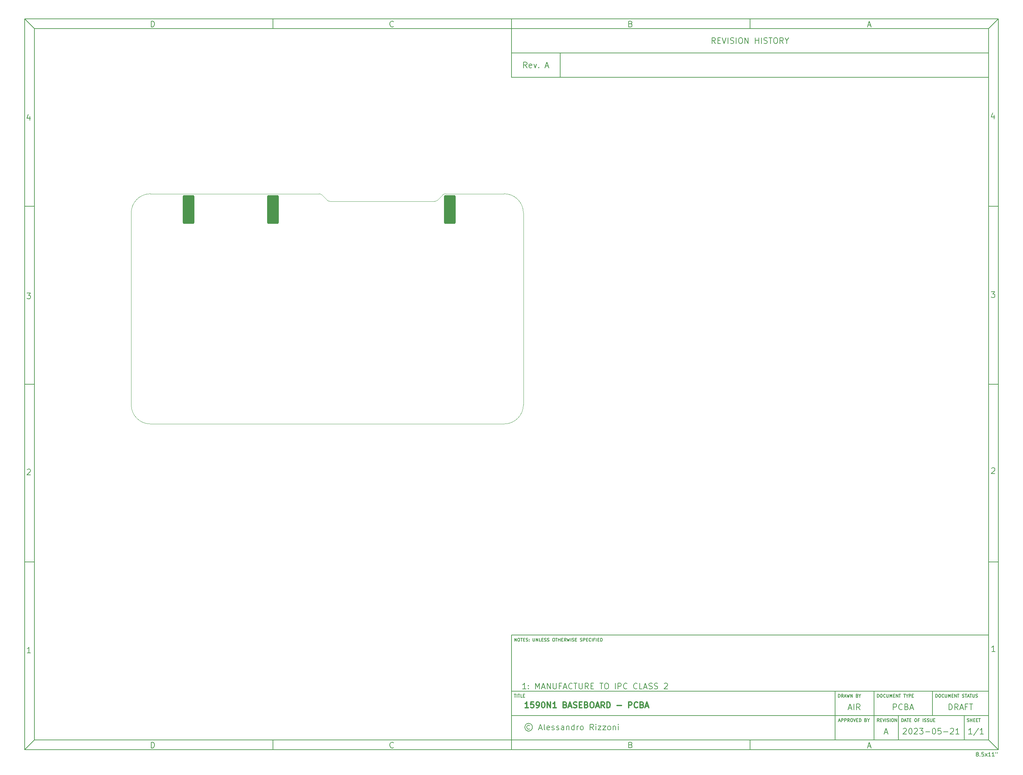
<source format=gbr>
%TF.GenerationSoftware,KiCad,Pcbnew,7.0.7*%
%TF.CreationDate,2023-08-19T17:10:16-04:00*%
%TF.ProjectId,baseboard,62617365-626f-4617-9264-2e6b69636164,A*%
%TF.SameCoordinates,Original*%
%TF.FileFunction,Paste,Bot*%
%TF.FilePolarity,Positive*%
%FSLAX46Y46*%
G04 Gerber Fmt 4.6, Leading zero omitted, Abs format (unit mm)*
G04 Created by KiCad (PCBNEW 7.0.7) date 2023-08-19 17:10:16*
%MOMM*%
%LPD*%
G01*
G04 APERTURE LIST*
G04 Aperture macros list*
%AMRoundRect*
0 Rectangle with rounded corners*
0 $1 Rounding radius*
0 $2 $3 $4 $5 $6 $7 $8 $9 X,Y pos of 4 corners*
0 Add a 4 corners polygon primitive as box body*
4,1,4,$2,$3,$4,$5,$6,$7,$8,$9,$2,$3,0*
0 Add four circle primitives for the rounded corners*
1,1,$1+$1,$2,$3*
1,1,$1+$1,$4,$5*
1,1,$1+$1,$6,$7*
1,1,$1+$1,$8,$9*
0 Add four rect primitives between the rounded corners*
20,1,$1+$1,$2,$3,$4,$5,0*
20,1,$1+$1,$4,$5,$6,$7,0*
20,1,$1+$1,$6,$7,$8,$9,0*
20,1,$1+$1,$8,$9,$2,$3,0*%
G04 Aperture macros list end*
%ADD10C,0.100000*%
%ADD11C,0.150000*%
%ADD12C,0.300000*%
%ADD13RoundRect,0.300000X1.200000X3.450000X-1.200000X3.450000X-1.200000X-3.450000X1.200000X-3.450000X0*%
%TA.AperFunction,Profile*%
%ADD14C,0.050000*%
%TD*%
G04 APERTURE END LIST*
D10*
D11*
X259813572Y-199154128D02*
X258956429Y-199154128D01*
X259385000Y-199154128D02*
X259385000Y-197654128D01*
X259385000Y-197654128D02*
X259242143Y-197868414D01*
X259242143Y-197868414D02*
X259099286Y-198011271D01*
X259099286Y-198011271D02*
X258956429Y-198082700D01*
X261527857Y-197582700D02*
X260242143Y-199511271D01*
X262813572Y-199154128D02*
X261956429Y-199154128D01*
X262385000Y-199154128D02*
X262385000Y-197654128D01*
X262385000Y-197654128D02*
X262242143Y-197868414D01*
X262242143Y-197868414D02*
X262099286Y-198011271D01*
X262099286Y-198011271D02*
X261956429Y-198082700D01*
D10*
D11*
X140409874Y-188759295D02*
X140867017Y-188759295D01*
X140638445Y-189559295D02*
X140638445Y-188759295D01*
X141133684Y-189559295D02*
X141133684Y-188759295D01*
X141400350Y-188759295D02*
X141857493Y-188759295D01*
X141628921Y-189559295D02*
X141628921Y-188759295D01*
X142505112Y-189559295D02*
X142124160Y-189559295D01*
X142124160Y-189559295D02*
X142124160Y-188759295D01*
X142771779Y-189140247D02*
X143038445Y-189140247D01*
X143152731Y-189559295D02*
X142771779Y-189559295D01*
X142771779Y-189559295D02*
X142771779Y-188759295D01*
X142771779Y-188759295D02*
X143152731Y-188759295D01*
D10*
D11*
X235596303Y-195909295D02*
X235329636Y-195528342D01*
X235139160Y-195909295D02*
X235139160Y-195109295D01*
X235139160Y-195109295D02*
X235443922Y-195109295D01*
X235443922Y-195109295D02*
X235520112Y-195147390D01*
X235520112Y-195147390D02*
X235558207Y-195185485D01*
X235558207Y-195185485D02*
X235596303Y-195261676D01*
X235596303Y-195261676D02*
X235596303Y-195375961D01*
X235596303Y-195375961D02*
X235558207Y-195452152D01*
X235558207Y-195452152D02*
X235520112Y-195490247D01*
X235520112Y-195490247D02*
X235443922Y-195528342D01*
X235443922Y-195528342D02*
X235139160Y-195528342D01*
X235939160Y-195490247D02*
X236205826Y-195490247D01*
X236320112Y-195909295D02*
X235939160Y-195909295D01*
X235939160Y-195909295D02*
X235939160Y-195109295D01*
X235939160Y-195109295D02*
X236320112Y-195109295D01*
X236548684Y-195109295D02*
X236815351Y-195909295D01*
X236815351Y-195909295D02*
X237082017Y-195109295D01*
X237348684Y-195909295D02*
X237348684Y-195109295D01*
X237691540Y-195871200D02*
X237805826Y-195909295D01*
X237805826Y-195909295D02*
X237996302Y-195909295D01*
X237996302Y-195909295D02*
X238072493Y-195871200D01*
X238072493Y-195871200D02*
X238110588Y-195833104D01*
X238110588Y-195833104D02*
X238148683Y-195756914D01*
X238148683Y-195756914D02*
X238148683Y-195680723D01*
X238148683Y-195680723D02*
X238110588Y-195604533D01*
X238110588Y-195604533D02*
X238072493Y-195566438D01*
X238072493Y-195566438D02*
X237996302Y-195528342D01*
X237996302Y-195528342D02*
X237843921Y-195490247D01*
X237843921Y-195490247D02*
X237767731Y-195452152D01*
X237767731Y-195452152D02*
X237729636Y-195414057D01*
X237729636Y-195414057D02*
X237691540Y-195337866D01*
X237691540Y-195337866D02*
X237691540Y-195261676D01*
X237691540Y-195261676D02*
X237729636Y-195185485D01*
X237729636Y-195185485D02*
X237767731Y-195147390D01*
X237767731Y-195147390D02*
X237843921Y-195109295D01*
X237843921Y-195109295D02*
X238034398Y-195109295D01*
X238034398Y-195109295D02*
X238148683Y-195147390D01*
X238491541Y-195909295D02*
X238491541Y-195109295D01*
X239024874Y-195109295D02*
X239177255Y-195109295D01*
X239177255Y-195109295D02*
X239253445Y-195147390D01*
X239253445Y-195147390D02*
X239329636Y-195223580D01*
X239329636Y-195223580D02*
X239367731Y-195375961D01*
X239367731Y-195375961D02*
X239367731Y-195642628D01*
X239367731Y-195642628D02*
X239329636Y-195795009D01*
X239329636Y-195795009D02*
X239253445Y-195871200D01*
X239253445Y-195871200D02*
X239177255Y-195909295D01*
X239177255Y-195909295D02*
X239024874Y-195909295D01*
X239024874Y-195909295D02*
X238948683Y-195871200D01*
X238948683Y-195871200D02*
X238872493Y-195795009D01*
X238872493Y-195795009D02*
X238834397Y-195642628D01*
X238834397Y-195642628D02*
X238834397Y-195375961D01*
X238834397Y-195375961D02*
X238872493Y-195223580D01*
X238872493Y-195223580D02*
X238948683Y-195147390D01*
X238948683Y-195147390D02*
X239024874Y-195109295D01*
X239710588Y-195909295D02*
X239710588Y-195109295D01*
X239710588Y-195109295D02*
X240167731Y-195909295D01*
X240167731Y-195909295D02*
X240167731Y-195109295D01*
D10*
D11*
X241489160Y-195909295D02*
X241489160Y-195109295D01*
X241489160Y-195109295D02*
X241679636Y-195109295D01*
X241679636Y-195109295D02*
X241793922Y-195147390D01*
X241793922Y-195147390D02*
X241870112Y-195223580D01*
X241870112Y-195223580D02*
X241908207Y-195299771D01*
X241908207Y-195299771D02*
X241946303Y-195452152D01*
X241946303Y-195452152D02*
X241946303Y-195566438D01*
X241946303Y-195566438D02*
X241908207Y-195718819D01*
X241908207Y-195718819D02*
X241870112Y-195795009D01*
X241870112Y-195795009D02*
X241793922Y-195871200D01*
X241793922Y-195871200D02*
X241679636Y-195909295D01*
X241679636Y-195909295D02*
X241489160Y-195909295D01*
X242251064Y-195680723D02*
X242632017Y-195680723D01*
X242174874Y-195909295D02*
X242441541Y-195109295D01*
X242441541Y-195109295D02*
X242708207Y-195909295D01*
X242860588Y-195109295D02*
X243317731Y-195109295D01*
X243089159Y-195909295D02*
X243089159Y-195109295D01*
X243584398Y-195490247D02*
X243851064Y-195490247D01*
X243965350Y-195909295D02*
X243584398Y-195909295D01*
X243584398Y-195909295D02*
X243584398Y-195109295D01*
X243584398Y-195109295D02*
X243965350Y-195109295D01*
X245070113Y-195109295D02*
X245222494Y-195109295D01*
X245222494Y-195109295D02*
X245298684Y-195147390D01*
X245298684Y-195147390D02*
X245374875Y-195223580D01*
X245374875Y-195223580D02*
X245412970Y-195375961D01*
X245412970Y-195375961D02*
X245412970Y-195642628D01*
X245412970Y-195642628D02*
X245374875Y-195795009D01*
X245374875Y-195795009D02*
X245298684Y-195871200D01*
X245298684Y-195871200D02*
X245222494Y-195909295D01*
X245222494Y-195909295D02*
X245070113Y-195909295D01*
X245070113Y-195909295D02*
X244993922Y-195871200D01*
X244993922Y-195871200D02*
X244917732Y-195795009D01*
X244917732Y-195795009D02*
X244879636Y-195642628D01*
X244879636Y-195642628D02*
X244879636Y-195375961D01*
X244879636Y-195375961D02*
X244917732Y-195223580D01*
X244917732Y-195223580D02*
X244993922Y-195147390D01*
X244993922Y-195147390D02*
X245070113Y-195109295D01*
X246022493Y-195490247D02*
X245755827Y-195490247D01*
X245755827Y-195909295D02*
X245755827Y-195109295D01*
X245755827Y-195109295D02*
X246136779Y-195109295D01*
X247051065Y-195909295D02*
X247051065Y-195109295D01*
X247393921Y-195871200D02*
X247508207Y-195909295D01*
X247508207Y-195909295D02*
X247698683Y-195909295D01*
X247698683Y-195909295D02*
X247774874Y-195871200D01*
X247774874Y-195871200D02*
X247812969Y-195833104D01*
X247812969Y-195833104D02*
X247851064Y-195756914D01*
X247851064Y-195756914D02*
X247851064Y-195680723D01*
X247851064Y-195680723D02*
X247812969Y-195604533D01*
X247812969Y-195604533D02*
X247774874Y-195566438D01*
X247774874Y-195566438D02*
X247698683Y-195528342D01*
X247698683Y-195528342D02*
X247546302Y-195490247D01*
X247546302Y-195490247D02*
X247470112Y-195452152D01*
X247470112Y-195452152D02*
X247432017Y-195414057D01*
X247432017Y-195414057D02*
X247393921Y-195337866D01*
X247393921Y-195337866D02*
X247393921Y-195261676D01*
X247393921Y-195261676D02*
X247432017Y-195185485D01*
X247432017Y-195185485D02*
X247470112Y-195147390D01*
X247470112Y-195147390D02*
X247546302Y-195109295D01*
X247546302Y-195109295D02*
X247736779Y-195109295D01*
X247736779Y-195109295D02*
X247851064Y-195147390D01*
X248155826Y-195871200D02*
X248270112Y-195909295D01*
X248270112Y-195909295D02*
X248460588Y-195909295D01*
X248460588Y-195909295D02*
X248536779Y-195871200D01*
X248536779Y-195871200D02*
X248574874Y-195833104D01*
X248574874Y-195833104D02*
X248612969Y-195756914D01*
X248612969Y-195756914D02*
X248612969Y-195680723D01*
X248612969Y-195680723D02*
X248574874Y-195604533D01*
X248574874Y-195604533D02*
X248536779Y-195566438D01*
X248536779Y-195566438D02*
X248460588Y-195528342D01*
X248460588Y-195528342D02*
X248308207Y-195490247D01*
X248308207Y-195490247D02*
X248232017Y-195452152D01*
X248232017Y-195452152D02*
X248193922Y-195414057D01*
X248193922Y-195414057D02*
X248155826Y-195337866D01*
X248155826Y-195337866D02*
X248155826Y-195261676D01*
X248155826Y-195261676D02*
X248193922Y-195185485D01*
X248193922Y-195185485D02*
X248232017Y-195147390D01*
X248232017Y-195147390D02*
X248308207Y-195109295D01*
X248308207Y-195109295D02*
X248498684Y-195109295D01*
X248498684Y-195109295D02*
X248612969Y-195147390D01*
X248955827Y-195109295D02*
X248955827Y-195756914D01*
X248955827Y-195756914D02*
X248993922Y-195833104D01*
X248993922Y-195833104D02*
X249032017Y-195871200D01*
X249032017Y-195871200D02*
X249108208Y-195909295D01*
X249108208Y-195909295D02*
X249260589Y-195909295D01*
X249260589Y-195909295D02*
X249336779Y-195871200D01*
X249336779Y-195871200D02*
X249374874Y-195833104D01*
X249374874Y-195833104D02*
X249412970Y-195756914D01*
X249412970Y-195756914D02*
X249412970Y-195109295D01*
X249793922Y-195490247D02*
X250060588Y-195490247D01*
X250174874Y-195909295D02*
X249793922Y-195909295D01*
X249793922Y-195909295D02*
X249793922Y-195109295D01*
X249793922Y-195109295D02*
X250174874Y-195109295D01*
D10*
D11*
X258596064Y-195871200D02*
X258710350Y-195909295D01*
X258710350Y-195909295D02*
X258900826Y-195909295D01*
X258900826Y-195909295D02*
X258977017Y-195871200D01*
X258977017Y-195871200D02*
X259015112Y-195833104D01*
X259015112Y-195833104D02*
X259053207Y-195756914D01*
X259053207Y-195756914D02*
X259053207Y-195680723D01*
X259053207Y-195680723D02*
X259015112Y-195604533D01*
X259015112Y-195604533D02*
X258977017Y-195566438D01*
X258977017Y-195566438D02*
X258900826Y-195528342D01*
X258900826Y-195528342D02*
X258748445Y-195490247D01*
X258748445Y-195490247D02*
X258672255Y-195452152D01*
X258672255Y-195452152D02*
X258634160Y-195414057D01*
X258634160Y-195414057D02*
X258596064Y-195337866D01*
X258596064Y-195337866D02*
X258596064Y-195261676D01*
X258596064Y-195261676D02*
X258634160Y-195185485D01*
X258634160Y-195185485D02*
X258672255Y-195147390D01*
X258672255Y-195147390D02*
X258748445Y-195109295D01*
X258748445Y-195109295D02*
X258938922Y-195109295D01*
X258938922Y-195109295D02*
X259053207Y-195147390D01*
X259396065Y-195909295D02*
X259396065Y-195109295D01*
X259396065Y-195490247D02*
X259853208Y-195490247D01*
X259853208Y-195909295D02*
X259853208Y-195109295D01*
X260234160Y-195490247D02*
X260500826Y-195490247D01*
X260615112Y-195909295D02*
X260234160Y-195909295D01*
X260234160Y-195909295D02*
X260234160Y-195109295D01*
X260234160Y-195109295D02*
X260615112Y-195109295D01*
X260957970Y-195490247D02*
X261224636Y-195490247D01*
X261338922Y-195909295D02*
X260957970Y-195909295D01*
X260957970Y-195909295D02*
X260957970Y-195109295D01*
X260957970Y-195109295D02*
X261338922Y-195109295D01*
X261567494Y-195109295D02*
X262024637Y-195109295D01*
X261796065Y-195909295D02*
X261796065Y-195109295D01*
D10*
D11*
X239299285Y-192804128D02*
X239299285Y-191304128D01*
X239299285Y-191304128D02*
X239870714Y-191304128D01*
X239870714Y-191304128D02*
X240013571Y-191375557D01*
X240013571Y-191375557D02*
X240085000Y-191446985D01*
X240085000Y-191446985D02*
X240156428Y-191589842D01*
X240156428Y-191589842D02*
X240156428Y-191804128D01*
X240156428Y-191804128D02*
X240085000Y-191946985D01*
X240085000Y-191946985D02*
X240013571Y-192018414D01*
X240013571Y-192018414D02*
X239870714Y-192089842D01*
X239870714Y-192089842D02*
X239299285Y-192089842D01*
X241656428Y-192661271D02*
X241585000Y-192732700D01*
X241585000Y-192732700D02*
X241370714Y-192804128D01*
X241370714Y-192804128D02*
X241227857Y-192804128D01*
X241227857Y-192804128D02*
X241013571Y-192732700D01*
X241013571Y-192732700D02*
X240870714Y-192589842D01*
X240870714Y-192589842D02*
X240799285Y-192446985D01*
X240799285Y-192446985D02*
X240727857Y-192161271D01*
X240727857Y-192161271D02*
X240727857Y-191946985D01*
X240727857Y-191946985D02*
X240799285Y-191661271D01*
X240799285Y-191661271D02*
X240870714Y-191518414D01*
X240870714Y-191518414D02*
X241013571Y-191375557D01*
X241013571Y-191375557D02*
X241227857Y-191304128D01*
X241227857Y-191304128D02*
X241370714Y-191304128D01*
X241370714Y-191304128D02*
X241585000Y-191375557D01*
X241585000Y-191375557D02*
X241656428Y-191446985D01*
X242799285Y-192018414D02*
X243013571Y-192089842D01*
X243013571Y-192089842D02*
X243085000Y-192161271D01*
X243085000Y-192161271D02*
X243156428Y-192304128D01*
X243156428Y-192304128D02*
X243156428Y-192518414D01*
X243156428Y-192518414D02*
X243085000Y-192661271D01*
X243085000Y-192661271D02*
X243013571Y-192732700D01*
X243013571Y-192732700D02*
X242870714Y-192804128D01*
X242870714Y-192804128D02*
X242299285Y-192804128D01*
X242299285Y-192804128D02*
X242299285Y-191304128D01*
X242299285Y-191304128D02*
X242799285Y-191304128D01*
X242799285Y-191304128D02*
X242942143Y-191375557D01*
X242942143Y-191375557D02*
X243013571Y-191446985D01*
X243013571Y-191446985D02*
X243085000Y-191589842D01*
X243085000Y-191589842D02*
X243085000Y-191732700D01*
X243085000Y-191732700D02*
X243013571Y-191875557D01*
X243013571Y-191875557D02*
X242942143Y-191946985D01*
X242942143Y-191946985D02*
X242799285Y-192018414D01*
X242799285Y-192018414D02*
X242299285Y-192018414D01*
X243727857Y-192375557D02*
X244442143Y-192375557D01*
X243585000Y-192804128D02*
X244085000Y-191304128D01*
X244085000Y-191304128D02*
X244585000Y-192804128D01*
D10*
D11*
X225068064Y-195680723D02*
X225449017Y-195680723D01*
X224991874Y-195909295D02*
X225258541Y-195109295D01*
X225258541Y-195109295D02*
X225525207Y-195909295D01*
X225791874Y-195909295D02*
X225791874Y-195109295D01*
X225791874Y-195109295D02*
X226096636Y-195109295D01*
X226096636Y-195109295D02*
X226172826Y-195147390D01*
X226172826Y-195147390D02*
X226210921Y-195185485D01*
X226210921Y-195185485D02*
X226249017Y-195261676D01*
X226249017Y-195261676D02*
X226249017Y-195375961D01*
X226249017Y-195375961D02*
X226210921Y-195452152D01*
X226210921Y-195452152D02*
X226172826Y-195490247D01*
X226172826Y-195490247D02*
X226096636Y-195528342D01*
X226096636Y-195528342D02*
X225791874Y-195528342D01*
X226591874Y-195909295D02*
X226591874Y-195109295D01*
X226591874Y-195109295D02*
X226896636Y-195109295D01*
X226896636Y-195109295D02*
X226972826Y-195147390D01*
X226972826Y-195147390D02*
X227010921Y-195185485D01*
X227010921Y-195185485D02*
X227049017Y-195261676D01*
X227049017Y-195261676D02*
X227049017Y-195375961D01*
X227049017Y-195375961D02*
X227010921Y-195452152D01*
X227010921Y-195452152D02*
X226972826Y-195490247D01*
X226972826Y-195490247D02*
X226896636Y-195528342D01*
X226896636Y-195528342D02*
X226591874Y-195528342D01*
X227849017Y-195909295D02*
X227582350Y-195528342D01*
X227391874Y-195909295D02*
X227391874Y-195109295D01*
X227391874Y-195109295D02*
X227696636Y-195109295D01*
X227696636Y-195109295D02*
X227772826Y-195147390D01*
X227772826Y-195147390D02*
X227810921Y-195185485D01*
X227810921Y-195185485D02*
X227849017Y-195261676D01*
X227849017Y-195261676D02*
X227849017Y-195375961D01*
X227849017Y-195375961D02*
X227810921Y-195452152D01*
X227810921Y-195452152D02*
X227772826Y-195490247D01*
X227772826Y-195490247D02*
X227696636Y-195528342D01*
X227696636Y-195528342D02*
X227391874Y-195528342D01*
X228344255Y-195109295D02*
X228496636Y-195109295D01*
X228496636Y-195109295D02*
X228572826Y-195147390D01*
X228572826Y-195147390D02*
X228649017Y-195223580D01*
X228649017Y-195223580D02*
X228687112Y-195375961D01*
X228687112Y-195375961D02*
X228687112Y-195642628D01*
X228687112Y-195642628D02*
X228649017Y-195795009D01*
X228649017Y-195795009D02*
X228572826Y-195871200D01*
X228572826Y-195871200D02*
X228496636Y-195909295D01*
X228496636Y-195909295D02*
X228344255Y-195909295D01*
X228344255Y-195909295D02*
X228268064Y-195871200D01*
X228268064Y-195871200D02*
X228191874Y-195795009D01*
X228191874Y-195795009D02*
X228153778Y-195642628D01*
X228153778Y-195642628D02*
X228153778Y-195375961D01*
X228153778Y-195375961D02*
X228191874Y-195223580D01*
X228191874Y-195223580D02*
X228268064Y-195147390D01*
X228268064Y-195147390D02*
X228344255Y-195109295D01*
X228915683Y-195109295D02*
X229182350Y-195909295D01*
X229182350Y-195909295D02*
X229449016Y-195109295D01*
X229715683Y-195490247D02*
X229982349Y-195490247D01*
X230096635Y-195909295D02*
X229715683Y-195909295D01*
X229715683Y-195909295D02*
X229715683Y-195109295D01*
X229715683Y-195109295D02*
X230096635Y-195109295D01*
X230439493Y-195909295D02*
X230439493Y-195109295D01*
X230439493Y-195109295D02*
X230629969Y-195109295D01*
X230629969Y-195109295D02*
X230744255Y-195147390D01*
X230744255Y-195147390D02*
X230820445Y-195223580D01*
X230820445Y-195223580D02*
X230858540Y-195299771D01*
X230858540Y-195299771D02*
X230896636Y-195452152D01*
X230896636Y-195452152D02*
X230896636Y-195566438D01*
X230896636Y-195566438D02*
X230858540Y-195718819D01*
X230858540Y-195718819D02*
X230820445Y-195795009D01*
X230820445Y-195795009D02*
X230744255Y-195871200D01*
X230744255Y-195871200D02*
X230629969Y-195909295D01*
X230629969Y-195909295D02*
X230439493Y-195909295D01*
X232115683Y-195490247D02*
X232229969Y-195528342D01*
X232229969Y-195528342D02*
X232268064Y-195566438D01*
X232268064Y-195566438D02*
X232306160Y-195642628D01*
X232306160Y-195642628D02*
X232306160Y-195756914D01*
X232306160Y-195756914D02*
X232268064Y-195833104D01*
X232268064Y-195833104D02*
X232229969Y-195871200D01*
X232229969Y-195871200D02*
X232153779Y-195909295D01*
X232153779Y-195909295D02*
X231849017Y-195909295D01*
X231849017Y-195909295D02*
X231849017Y-195109295D01*
X231849017Y-195109295D02*
X232115683Y-195109295D01*
X232115683Y-195109295D02*
X232191874Y-195147390D01*
X232191874Y-195147390D02*
X232229969Y-195185485D01*
X232229969Y-195185485D02*
X232268064Y-195261676D01*
X232268064Y-195261676D02*
X232268064Y-195337866D01*
X232268064Y-195337866D02*
X232229969Y-195414057D01*
X232229969Y-195414057D02*
X232191874Y-195452152D01*
X232191874Y-195452152D02*
X232115683Y-195490247D01*
X232115683Y-195490247D02*
X231849017Y-195490247D01*
X232801398Y-195528342D02*
X232801398Y-195909295D01*
X232534731Y-195109295D02*
X232801398Y-195528342D01*
X232801398Y-195528342D02*
X233068064Y-195109295D01*
D10*
D11*
X144445112Y-196918271D02*
X144302255Y-196846842D01*
X144302255Y-196846842D02*
X144016541Y-196846842D01*
X144016541Y-196846842D02*
X143873684Y-196918271D01*
X143873684Y-196918271D02*
X143730826Y-197061128D01*
X143730826Y-197061128D02*
X143659398Y-197203985D01*
X143659398Y-197203985D02*
X143659398Y-197489700D01*
X143659398Y-197489700D02*
X143730826Y-197632557D01*
X143730826Y-197632557D02*
X143873684Y-197775414D01*
X143873684Y-197775414D02*
X144016541Y-197846842D01*
X144016541Y-197846842D02*
X144302255Y-197846842D01*
X144302255Y-197846842D02*
X144445112Y-197775414D01*
X144159398Y-196346842D02*
X143802255Y-196418271D01*
X143802255Y-196418271D02*
X143445112Y-196632557D01*
X143445112Y-196632557D02*
X143230826Y-196989700D01*
X143230826Y-196989700D02*
X143159398Y-197346842D01*
X143159398Y-197346842D02*
X143230826Y-197703985D01*
X143230826Y-197703985D02*
X143445112Y-198061128D01*
X143445112Y-198061128D02*
X143802255Y-198275414D01*
X143802255Y-198275414D02*
X144159398Y-198346842D01*
X144159398Y-198346842D02*
X144516541Y-198275414D01*
X144516541Y-198275414D02*
X144873684Y-198061128D01*
X144873684Y-198061128D02*
X145087969Y-197703985D01*
X145087969Y-197703985D02*
X145159398Y-197346842D01*
X145159398Y-197346842D02*
X145087969Y-196989700D01*
X145087969Y-196989700D02*
X144873684Y-196632557D01*
X144873684Y-196632557D02*
X144516541Y-196418271D01*
X144516541Y-196418271D02*
X144159398Y-196346842D01*
X146873684Y-197632557D02*
X147587970Y-197632557D01*
X146730827Y-198061128D02*
X147230827Y-196561128D01*
X147230827Y-196561128D02*
X147730827Y-198061128D01*
X148445112Y-198061128D02*
X148302255Y-197989700D01*
X148302255Y-197989700D02*
X148230826Y-197846842D01*
X148230826Y-197846842D02*
X148230826Y-196561128D01*
X149587969Y-197989700D02*
X149445112Y-198061128D01*
X149445112Y-198061128D02*
X149159398Y-198061128D01*
X149159398Y-198061128D02*
X149016540Y-197989700D01*
X149016540Y-197989700D02*
X148945112Y-197846842D01*
X148945112Y-197846842D02*
X148945112Y-197275414D01*
X148945112Y-197275414D02*
X149016540Y-197132557D01*
X149016540Y-197132557D02*
X149159398Y-197061128D01*
X149159398Y-197061128D02*
X149445112Y-197061128D01*
X149445112Y-197061128D02*
X149587969Y-197132557D01*
X149587969Y-197132557D02*
X149659398Y-197275414D01*
X149659398Y-197275414D02*
X149659398Y-197418271D01*
X149659398Y-197418271D02*
X148945112Y-197561128D01*
X150230826Y-197989700D02*
X150373683Y-198061128D01*
X150373683Y-198061128D02*
X150659397Y-198061128D01*
X150659397Y-198061128D02*
X150802254Y-197989700D01*
X150802254Y-197989700D02*
X150873683Y-197846842D01*
X150873683Y-197846842D02*
X150873683Y-197775414D01*
X150873683Y-197775414D02*
X150802254Y-197632557D01*
X150802254Y-197632557D02*
X150659397Y-197561128D01*
X150659397Y-197561128D02*
X150445112Y-197561128D01*
X150445112Y-197561128D02*
X150302254Y-197489700D01*
X150302254Y-197489700D02*
X150230826Y-197346842D01*
X150230826Y-197346842D02*
X150230826Y-197275414D01*
X150230826Y-197275414D02*
X150302254Y-197132557D01*
X150302254Y-197132557D02*
X150445112Y-197061128D01*
X150445112Y-197061128D02*
X150659397Y-197061128D01*
X150659397Y-197061128D02*
X150802254Y-197132557D01*
X151445112Y-197989700D02*
X151587969Y-198061128D01*
X151587969Y-198061128D02*
X151873683Y-198061128D01*
X151873683Y-198061128D02*
X152016540Y-197989700D01*
X152016540Y-197989700D02*
X152087969Y-197846842D01*
X152087969Y-197846842D02*
X152087969Y-197775414D01*
X152087969Y-197775414D02*
X152016540Y-197632557D01*
X152016540Y-197632557D02*
X151873683Y-197561128D01*
X151873683Y-197561128D02*
X151659398Y-197561128D01*
X151659398Y-197561128D02*
X151516540Y-197489700D01*
X151516540Y-197489700D02*
X151445112Y-197346842D01*
X151445112Y-197346842D02*
X151445112Y-197275414D01*
X151445112Y-197275414D02*
X151516540Y-197132557D01*
X151516540Y-197132557D02*
X151659398Y-197061128D01*
X151659398Y-197061128D02*
X151873683Y-197061128D01*
X151873683Y-197061128D02*
X152016540Y-197132557D01*
X153373684Y-198061128D02*
X153373684Y-197275414D01*
X153373684Y-197275414D02*
X153302255Y-197132557D01*
X153302255Y-197132557D02*
X153159398Y-197061128D01*
X153159398Y-197061128D02*
X152873684Y-197061128D01*
X152873684Y-197061128D02*
X152730826Y-197132557D01*
X153373684Y-197989700D02*
X153230826Y-198061128D01*
X153230826Y-198061128D02*
X152873684Y-198061128D01*
X152873684Y-198061128D02*
X152730826Y-197989700D01*
X152730826Y-197989700D02*
X152659398Y-197846842D01*
X152659398Y-197846842D02*
X152659398Y-197703985D01*
X152659398Y-197703985D02*
X152730826Y-197561128D01*
X152730826Y-197561128D02*
X152873684Y-197489700D01*
X152873684Y-197489700D02*
X153230826Y-197489700D01*
X153230826Y-197489700D02*
X153373684Y-197418271D01*
X154087969Y-197061128D02*
X154087969Y-198061128D01*
X154087969Y-197203985D02*
X154159398Y-197132557D01*
X154159398Y-197132557D02*
X154302255Y-197061128D01*
X154302255Y-197061128D02*
X154516541Y-197061128D01*
X154516541Y-197061128D02*
X154659398Y-197132557D01*
X154659398Y-197132557D02*
X154730827Y-197275414D01*
X154730827Y-197275414D02*
X154730827Y-198061128D01*
X156087970Y-198061128D02*
X156087970Y-196561128D01*
X156087970Y-197989700D02*
X155945112Y-198061128D01*
X155945112Y-198061128D02*
X155659398Y-198061128D01*
X155659398Y-198061128D02*
X155516541Y-197989700D01*
X155516541Y-197989700D02*
X155445112Y-197918271D01*
X155445112Y-197918271D02*
X155373684Y-197775414D01*
X155373684Y-197775414D02*
X155373684Y-197346842D01*
X155373684Y-197346842D02*
X155445112Y-197203985D01*
X155445112Y-197203985D02*
X155516541Y-197132557D01*
X155516541Y-197132557D02*
X155659398Y-197061128D01*
X155659398Y-197061128D02*
X155945112Y-197061128D01*
X155945112Y-197061128D02*
X156087970Y-197132557D01*
X156802255Y-198061128D02*
X156802255Y-197061128D01*
X156802255Y-197346842D02*
X156873684Y-197203985D01*
X156873684Y-197203985D02*
X156945113Y-197132557D01*
X156945113Y-197132557D02*
X157087970Y-197061128D01*
X157087970Y-197061128D02*
X157230827Y-197061128D01*
X157945112Y-198061128D02*
X157802255Y-197989700D01*
X157802255Y-197989700D02*
X157730826Y-197918271D01*
X157730826Y-197918271D02*
X157659398Y-197775414D01*
X157659398Y-197775414D02*
X157659398Y-197346842D01*
X157659398Y-197346842D02*
X157730826Y-197203985D01*
X157730826Y-197203985D02*
X157802255Y-197132557D01*
X157802255Y-197132557D02*
X157945112Y-197061128D01*
X157945112Y-197061128D02*
X158159398Y-197061128D01*
X158159398Y-197061128D02*
X158302255Y-197132557D01*
X158302255Y-197132557D02*
X158373684Y-197203985D01*
X158373684Y-197203985D02*
X158445112Y-197346842D01*
X158445112Y-197346842D02*
X158445112Y-197775414D01*
X158445112Y-197775414D02*
X158373684Y-197918271D01*
X158373684Y-197918271D02*
X158302255Y-197989700D01*
X158302255Y-197989700D02*
X158159398Y-198061128D01*
X158159398Y-198061128D02*
X157945112Y-198061128D01*
X161087969Y-198061128D02*
X160587969Y-197346842D01*
X160230826Y-198061128D02*
X160230826Y-196561128D01*
X160230826Y-196561128D02*
X160802255Y-196561128D01*
X160802255Y-196561128D02*
X160945112Y-196632557D01*
X160945112Y-196632557D02*
X161016541Y-196703985D01*
X161016541Y-196703985D02*
X161087969Y-196846842D01*
X161087969Y-196846842D02*
X161087969Y-197061128D01*
X161087969Y-197061128D02*
X161016541Y-197203985D01*
X161016541Y-197203985D02*
X160945112Y-197275414D01*
X160945112Y-197275414D02*
X160802255Y-197346842D01*
X160802255Y-197346842D02*
X160230826Y-197346842D01*
X161730826Y-198061128D02*
X161730826Y-197061128D01*
X161730826Y-196561128D02*
X161659398Y-196632557D01*
X161659398Y-196632557D02*
X161730826Y-196703985D01*
X161730826Y-196703985D02*
X161802255Y-196632557D01*
X161802255Y-196632557D02*
X161730826Y-196561128D01*
X161730826Y-196561128D02*
X161730826Y-196703985D01*
X162302255Y-197061128D02*
X163087970Y-197061128D01*
X163087970Y-197061128D02*
X162302255Y-198061128D01*
X162302255Y-198061128D02*
X163087970Y-198061128D01*
X163516541Y-197061128D02*
X164302256Y-197061128D01*
X164302256Y-197061128D02*
X163516541Y-198061128D01*
X163516541Y-198061128D02*
X164302256Y-198061128D01*
X165087970Y-198061128D02*
X164945113Y-197989700D01*
X164945113Y-197989700D02*
X164873684Y-197918271D01*
X164873684Y-197918271D02*
X164802256Y-197775414D01*
X164802256Y-197775414D02*
X164802256Y-197346842D01*
X164802256Y-197346842D02*
X164873684Y-197203985D01*
X164873684Y-197203985D02*
X164945113Y-197132557D01*
X164945113Y-197132557D02*
X165087970Y-197061128D01*
X165087970Y-197061128D02*
X165302256Y-197061128D01*
X165302256Y-197061128D02*
X165445113Y-197132557D01*
X165445113Y-197132557D02*
X165516542Y-197203985D01*
X165516542Y-197203985D02*
X165587970Y-197346842D01*
X165587970Y-197346842D02*
X165587970Y-197775414D01*
X165587970Y-197775414D02*
X165516542Y-197918271D01*
X165516542Y-197918271D02*
X165445113Y-197989700D01*
X165445113Y-197989700D02*
X165302256Y-198061128D01*
X165302256Y-198061128D02*
X165087970Y-198061128D01*
X166230827Y-197061128D02*
X166230827Y-198061128D01*
X166230827Y-197203985D02*
X166302256Y-197132557D01*
X166302256Y-197132557D02*
X166445113Y-197061128D01*
X166445113Y-197061128D02*
X166659399Y-197061128D01*
X166659399Y-197061128D02*
X166802256Y-197132557D01*
X166802256Y-197132557D02*
X166873685Y-197275414D01*
X166873685Y-197275414D02*
X166873685Y-198061128D01*
X167587970Y-198061128D02*
X167587970Y-197061128D01*
X167587970Y-196561128D02*
X167516542Y-196632557D01*
X167516542Y-196632557D02*
X167587970Y-196703985D01*
X167587970Y-196703985D02*
X167659399Y-196632557D01*
X167659399Y-196632557D02*
X167587970Y-196561128D01*
X167587970Y-196561128D02*
X167587970Y-196703985D01*
D10*
D11*
X227670714Y-192375557D02*
X228385000Y-192375557D01*
X227527857Y-192804128D02*
X228027857Y-191304128D01*
X228027857Y-191304128D02*
X228527857Y-192804128D01*
X229027856Y-192804128D02*
X229027856Y-191304128D01*
X230599285Y-192804128D02*
X230099285Y-192089842D01*
X229742142Y-192804128D02*
X229742142Y-191304128D01*
X229742142Y-191304128D02*
X230313571Y-191304128D01*
X230313571Y-191304128D02*
X230456428Y-191375557D01*
X230456428Y-191375557D02*
X230527857Y-191446985D01*
X230527857Y-191446985D02*
X230599285Y-191589842D01*
X230599285Y-191589842D02*
X230599285Y-191804128D01*
X230599285Y-191804128D02*
X230527857Y-191946985D01*
X230527857Y-191946985D02*
X230456428Y-192018414D01*
X230456428Y-192018414D02*
X230313571Y-192089842D01*
X230313571Y-192089842D02*
X229742142Y-192089842D01*
D10*
D11*
D10*
D11*
X250379160Y-189559295D02*
X250379160Y-188759295D01*
X250379160Y-188759295D02*
X250569636Y-188759295D01*
X250569636Y-188759295D02*
X250683922Y-188797390D01*
X250683922Y-188797390D02*
X250760112Y-188873580D01*
X250760112Y-188873580D02*
X250798207Y-188949771D01*
X250798207Y-188949771D02*
X250836303Y-189102152D01*
X250836303Y-189102152D02*
X250836303Y-189216438D01*
X250836303Y-189216438D02*
X250798207Y-189368819D01*
X250798207Y-189368819D02*
X250760112Y-189445009D01*
X250760112Y-189445009D02*
X250683922Y-189521200D01*
X250683922Y-189521200D02*
X250569636Y-189559295D01*
X250569636Y-189559295D02*
X250379160Y-189559295D01*
X251331541Y-188759295D02*
X251483922Y-188759295D01*
X251483922Y-188759295D02*
X251560112Y-188797390D01*
X251560112Y-188797390D02*
X251636303Y-188873580D01*
X251636303Y-188873580D02*
X251674398Y-189025961D01*
X251674398Y-189025961D02*
X251674398Y-189292628D01*
X251674398Y-189292628D02*
X251636303Y-189445009D01*
X251636303Y-189445009D02*
X251560112Y-189521200D01*
X251560112Y-189521200D02*
X251483922Y-189559295D01*
X251483922Y-189559295D02*
X251331541Y-189559295D01*
X251331541Y-189559295D02*
X251255350Y-189521200D01*
X251255350Y-189521200D02*
X251179160Y-189445009D01*
X251179160Y-189445009D02*
X251141064Y-189292628D01*
X251141064Y-189292628D02*
X251141064Y-189025961D01*
X251141064Y-189025961D02*
X251179160Y-188873580D01*
X251179160Y-188873580D02*
X251255350Y-188797390D01*
X251255350Y-188797390D02*
X251331541Y-188759295D01*
X252474398Y-189483104D02*
X252436302Y-189521200D01*
X252436302Y-189521200D02*
X252322017Y-189559295D01*
X252322017Y-189559295D02*
X252245826Y-189559295D01*
X252245826Y-189559295D02*
X252131540Y-189521200D01*
X252131540Y-189521200D02*
X252055350Y-189445009D01*
X252055350Y-189445009D02*
X252017255Y-189368819D01*
X252017255Y-189368819D02*
X251979159Y-189216438D01*
X251979159Y-189216438D02*
X251979159Y-189102152D01*
X251979159Y-189102152D02*
X252017255Y-188949771D01*
X252017255Y-188949771D02*
X252055350Y-188873580D01*
X252055350Y-188873580D02*
X252131540Y-188797390D01*
X252131540Y-188797390D02*
X252245826Y-188759295D01*
X252245826Y-188759295D02*
X252322017Y-188759295D01*
X252322017Y-188759295D02*
X252436302Y-188797390D01*
X252436302Y-188797390D02*
X252474398Y-188835485D01*
X252817255Y-188759295D02*
X252817255Y-189406914D01*
X252817255Y-189406914D02*
X252855350Y-189483104D01*
X252855350Y-189483104D02*
X252893445Y-189521200D01*
X252893445Y-189521200D02*
X252969636Y-189559295D01*
X252969636Y-189559295D02*
X253122017Y-189559295D01*
X253122017Y-189559295D02*
X253198207Y-189521200D01*
X253198207Y-189521200D02*
X253236302Y-189483104D01*
X253236302Y-189483104D02*
X253274398Y-189406914D01*
X253274398Y-189406914D02*
X253274398Y-188759295D01*
X253655350Y-189559295D02*
X253655350Y-188759295D01*
X253655350Y-188759295D02*
X253922016Y-189330723D01*
X253922016Y-189330723D02*
X254188683Y-188759295D01*
X254188683Y-188759295D02*
X254188683Y-189559295D01*
X254569636Y-189140247D02*
X254836302Y-189140247D01*
X254950588Y-189559295D02*
X254569636Y-189559295D01*
X254569636Y-189559295D02*
X254569636Y-188759295D01*
X254569636Y-188759295D02*
X254950588Y-188759295D01*
X255293446Y-189559295D02*
X255293446Y-188759295D01*
X255293446Y-188759295D02*
X255750589Y-189559295D01*
X255750589Y-189559295D02*
X255750589Y-188759295D01*
X256017255Y-188759295D02*
X256474398Y-188759295D01*
X256245826Y-189559295D02*
X256245826Y-188759295D01*
X257312493Y-189521200D02*
X257426779Y-189559295D01*
X257426779Y-189559295D02*
X257617255Y-189559295D01*
X257617255Y-189559295D02*
X257693446Y-189521200D01*
X257693446Y-189521200D02*
X257731541Y-189483104D01*
X257731541Y-189483104D02*
X257769636Y-189406914D01*
X257769636Y-189406914D02*
X257769636Y-189330723D01*
X257769636Y-189330723D02*
X257731541Y-189254533D01*
X257731541Y-189254533D02*
X257693446Y-189216438D01*
X257693446Y-189216438D02*
X257617255Y-189178342D01*
X257617255Y-189178342D02*
X257464874Y-189140247D01*
X257464874Y-189140247D02*
X257388684Y-189102152D01*
X257388684Y-189102152D02*
X257350589Y-189064057D01*
X257350589Y-189064057D02*
X257312493Y-188987866D01*
X257312493Y-188987866D02*
X257312493Y-188911676D01*
X257312493Y-188911676D02*
X257350589Y-188835485D01*
X257350589Y-188835485D02*
X257388684Y-188797390D01*
X257388684Y-188797390D02*
X257464874Y-188759295D01*
X257464874Y-188759295D02*
X257655351Y-188759295D01*
X257655351Y-188759295D02*
X257769636Y-188797390D01*
X257998208Y-188759295D02*
X258455351Y-188759295D01*
X258226779Y-189559295D02*
X258226779Y-188759295D01*
X258683922Y-189330723D02*
X259064875Y-189330723D01*
X258607732Y-189559295D02*
X258874399Y-188759295D01*
X258874399Y-188759295D02*
X259141065Y-189559295D01*
X259293446Y-188759295D02*
X259750589Y-188759295D01*
X259522017Y-189559295D02*
X259522017Y-188759295D01*
X260017256Y-188759295D02*
X260017256Y-189406914D01*
X260017256Y-189406914D02*
X260055351Y-189483104D01*
X260055351Y-189483104D02*
X260093446Y-189521200D01*
X260093446Y-189521200D02*
X260169637Y-189559295D01*
X260169637Y-189559295D02*
X260322018Y-189559295D01*
X260322018Y-189559295D02*
X260398208Y-189521200D01*
X260398208Y-189521200D02*
X260436303Y-189483104D01*
X260436303Y-189483104D02*
X260474399Y-189406914D01*
X260474399Y-189406914D02*
X260474399Y-188759295D01*
X260817255Y-189521200D02*
X260931541Y-189559295D01*
X260931541Y-189559295D02*
X261122017Y-189559295D01*
X261122017Y-189559295D02*
X261198208Y-189521200D01*
X261198208Y-189521200D02*
X261236303Y-189483104D01*
X261236303Y-189483104D02*
X261274398Y-189406914D01*
X261274398Y-189406914D02*
X261274398Y-189330723D01*
X261274398Y-189330723D02*
X261236303Y-189254533D01*
X261236303Y-189254533D02*
X261198208Y-189216438D01*
X261198208Y-189216438D02*
X261122017Y-189178342D01*
X261122017Y-189178342D02*
X260969636Y-189140247D01*
X260969636Y-189140247D02*
X260893446Y-189102152D01*
X260893446Y-189102152D02*
X260855351Y-189064057D01*
X260855351Y-189064057D02*
X260817255Y-188987866D01*
X260817255Y-188987866D02*
X260817255Y-188911676D01*
X260817255Y-188911676D02*
X260855351Y-188835485D01*
X260855351Y-188835485D02*
X260893446Y-188797390D01*
X260893446Y-188797390D02*
X260969636Y-188759295D01*
X260969636Y-188759295D02*
X261160113Y-188759295D01*
X261160113Y-188759295D02*
X261274398Y-188797390D01*
D10*
D11*
X224979160Y-189559295D02*
X224979160Y-188759295D01*
X224979160Y-188759295D02*
X225169636Y-188759295D01*
X225169636Y-188759295D02*
X225283922Y-188797390D01*
X225283922Y-188797390D02*
X225360112Y-188873580D01*
X225360112Y-188873580D02*
X225398207Y-188949771D01*
X225398207Y-188949771D02*
X225436303Y-189102152D01*
X225436303Y-189102152D02*
X225436303Y-189216438D01*
X225436303Y-189216438D02*
X225398207Y-189368819D01*
X225398207Y-189368819D02*
X225360112Y-189445009D01*
X225360112Y-189445009D02*
X225283922Y-189521200D01*
X225283922Y-189521200D02*
X225169636Y-189559295D01*
X225169636Y-189559295D02*
X224979160Y-189559295D01*
X226236303Y-189559295D02*
X225969636Y-189178342D01*
X225779160Y-189559295D02*
X225779160Y-188759295D01*
X225779160Y-188759295D02*
X226083922Y-188759295D01*
X226083922Y-188759295D02*
X226160112Y-188797390D01*
X226160112Y-188797390D02*
X226198207Y-188835485D01*
X226198207Y-188835485D02*
X226236303Y-188911676D01*
X226236303Y-188911676D02*
X226236303Y-189025961D01*
X226236303Y-189025961D02*
X226198207Y-189102152D01*
X226198207Y-189102152D02*
X226160112Y-189140247D01*
X226160112Y-189140247D02*
X226083922Y-189178342D01*
X226083922Y-189178342D02*
X225779160Y-189178342D01*
X226541064Y-189330723D02*
X226922017Y-189330723D01*
X226464874Y-189559295D02*
X226731541Y-188759295D01*
X226731541Y-188759295D02*
X226998207Y-189559295D01*
X227188683Y-188759295D02*
X227379159Y-189559295D01*
X227379159Y-189559295D02*
X227531540Y-188987866D01*
X227531540Y-188987866D02*
X227683921Y-189559295D01*
X227683921Y-189559295D02*
X227874398Y-188759295D01*
X228179160Y-189559295D02*
X228179160Y-188759295D01*
X228179160Y-188759295D02*
X228636303Y-189559295D01*
X228636303Y-189559295D02*
X228636303Y-188759295D01*
X229893445Y-189140247D02*
X230007731Y-189178342D01*
X230007731Y-189178342D02*
X230045826Y-189216438D01*
X230045826Y-189216438D02*
X230083922Y-189292628D01*
X230083922Y-189292628D02*
X230083922Y-189406914D01*
X230083922Y-189406914D02*
X230045826Y-189483104D01*
X230045826Y-189483104D02*
X230007731Y-189521200D01*
X230007731Y-189521200D02*
X229931541Y-189559295D01*
X229931541Y-189559295D02*
X229626779Y-189559295D01*
X229626779Y-189559295D02*
X229626779Y-188759295D01*
X229626779Y-188759295D02*
X229893445Y-188759295D01*
X229893445Y-188759295D02*
X229969636Y-188797390D01*
X229969636Y-188797390D02*
X230007731Y-188835485D01*
X230007731Y-188835485D02*
X230045826Y-188911676D01*
X230045826Y-188911676D02*
X230045826Y-188987866D01*
X230045826Y-188987866D02*
X230007731Y-189064057D01*
X230007731Y-189064057D02*
X229969636Y-189102152D01*
X229969636Y-189102152D02*
X229893445Y-189140247D01*
X229893445Y-189140247D02*
X229626779Y-189140247D01*
X230579160Y-189178342D02*
X230579160Y-189559295D01*
X230312493Y-188759295D02*
X230579160Y-189178342D01*
X230579160Y-189178342D02*
X230845826Y-188759295D01*
D10*
D11*
X235139160Y-189559295D02*
X235139160Y-188759295D01*
X235139160Y-188759295D02*
X235329636Y-188759295D01*
X235329636Y-188759295D02*
X235443922Y-188797390D01*
X235443922Y-188797390D02*
X235520112Y-188873580D01*
X235520112Y-188873580D02*
X235558207Y-188949771D01*
X235558207Y-188949771D02*
X235596303Y-189102152D01*
X235596303Y-189102152D02*
X235596303Y-189216438D01*
X235596303Y-189216438D02*
X235558207Y-189368819D01*
X235558207Y-189368819D02*
X235520112Y-189445009D01*
X235520112Y-189445009D02*
X235443922Y-189521200D01*
X235443922Y-189521200D02*
X235329636Y-189559295D01*
X235329636Y-189559295D02*
X235139160Y-189559295D01*
X236091541Y-188759295D02*
X236243922Y-188759295D01*
X236243922Y-188759295D02*
X236320112Y-188797390D01*
X236320112Y-188797390D02*
X236396303Y-188873580D01*
X236396303Y-188873580D02*
X236434398Y-189025961D01*
X236434398Y-189025961D02*
X236434398Y-189292628D01*
X236434398Y-189292628D02*
X236396303Y-189445009D01*
X236396303Y-189445009D02*
X236320112Y-189521200D01*
X236320112Y-189521200D02*
X236243922Y-189559295D01*
X236243922Y-189559295D02*
X236091541Y-189559295D01*
X236091541Y-189559295D02*
X236015350Y-189521200D01*
X236015350Y-189521200D02*
X235939160Y-189445009D01*
X235939160Y-189445009D02*
X235901064Y-189292628D01*
X235901064Y-189292628D02*
X235901064Y-189025961D01*
X235901064Y-189025961D02*
X235939160Y-188873580D01*
X235939160Y-188873580D02*
X236015350Y-188797390D01*
X236015350Y-188797390D02*
X236091541Y-188759295D01*
X237234398Y-189483104D02*
X237196302Y-189521200D01*
X237196302Y-189521200D02*
X237082017Y-189559295D01*
X237082017Y-189559295D02*
X237005826Y-189559295D01*
X237005826Y-189559295D02*
X236891540Y-189521200D01*
X236891540Y-189521200D02*
X236815350Y-189445009D01*
X236815350Y-189445009D02*
X236777255Y-189368819D01*
X236777255Y-189368819D02*
X236739159Y-189216438D01*
X236739159Y-189216438D02*
X236739159Y-189102152D01*
X236739159Y-189102152D02*
X236777255Y-188949771D01*
X236777255Y-188949771D02*
X236815350Y-188873580D01*
X236815350Y-188873580D02*
X236891540Y-188797390D01*
X236891540Y-188797390D02*
X237005826Y-188759295D01*
X237005826Y-188759295D02*
X237082017Y-188759295D01*
X237082017Y-188759295D02*
X237196302Y-188797390D01*
X237196302Y-188797390D02*
X237234398Y-188835485D01*
X237577255Y-188759295D02*
X237577255Y-189406914D01*
X237577255Y-189406914D02*
X237615350Y-189483104D01*
X237615350Y-189483104D02*
X237653445Y-189521200D01*
X237653445Y-189521200D02*
X237729636Y-189559295D01*
X237729636Y-189559295D02*
X237882017Y-189559295D01*
X237882017Y-189559295D02*
X237958207Y-189521200D01*
X237958207Y-189521200D02*
X237996302Y-189483104D01*
X237996302Y-189483104D02*
X238034398Y-189406914D01*
X238034398Y-189406914D02*
X238034398Y-188759295D01*
X238415350Y-189559295D02*
X238415350Y-188759295D01*
X238415350Y-188759295D02*
X238682016Y-189330723D01*
X238682016Y-189330723D02*
X238948683Y-188759295D01*
X238948683Y-188759295D02*
X238948683Y-189559295D01*
X239329636Y-189140247D02*
X239596302Y-189140247D01*
X239710588Y-189559295D02*
X239329636Y-189559295D01*
X239329636Y-189559295D02*
X239329636Y-188759295D01*
X239329636Y-188759295D02*
X239710588Y-188759295D01*
X240053446Y-189559295D02*
X240053446Y-188759295D01*
X240053446Y-188759295D02*
X240510589Y-189559295D01*
X240510589Y-189559295D02*
X240510589Y-188759295D01*
X240777255Y-188759295D02*
X241234398Y-188759295D01*
X241005826Y-189559295D02*
X241005826Y-188759295D01*
X241996303Y-188759295D02*
X242453446Y-188759295D01*
X242224874Y-189559295D02*
X242224874Y-188759295D01*
X242872494Y-189178342D02*
X242872494Y-189559295D01*
X242605827Y-188759295D02*
X242872494Y-189178342D01*
X242872494Y-189178342D02*
X243139160Y-188759295D01*
X243405827Y-189559295D02*
X243405827Y-188759295D01*
X243405827Y-188759295D02*
X243710589Y-188759295D01*
X243710589Y-188759295D02*
X243786779Y-188797390D01*
X243786779Y-188797390D02*
X243824874Y-188835485D01*
X243824874Y-188835485D02*
X243862970Y-188911676D01*
X243862970Y-188911676D02*
X243862970Y-189025961D01*
X243862970Y-189025961D02*
X243824874Y-189102152D01*
X243824874Y-189102152D02*
X243786779Y-189140247D01*
X243786779Y-189140247D02*
X243710589Y-189178342D01*
X243710589Y-189178342D02*
X243405827Y-189178342D01*
X244205827Y-189140247D02*
X244472493Y-189140247D01*
X244586779Y-189559295D02*
X244205827Y-189559295D01*
X244205827Y-189559295D02*
X244205827Y-188759295D01*
X244205827Y-188759295D02*
X244586779Y-188759295D01*
D10*
D11*
X253821000Y-192804128D02*
X253821000Y-191304128D01*
X253821000Y-191304128D02*
X254178143Y-191304128D01*
X254178143Y-191304128D02*
X254392429Y-191375557D01*
X254392429Y-191375557D02*
X254535286Y-191518414D01*
X254535286Y-191518414D02*
X254606715Y-191661271D01*
X254606715Y-191661271D02*
X254678143Y-191946985D01*
X254678143Y-191946985D02*
X254678143Y-192161271D01*
X254678143Y-192161271D02*
X254606715Y-192446985D01*
X254606715Y-192446985D02*
X254535286Y-192589842D01*
X254535286Y-192589842D02*
X254392429Y-192732700D01*
X254392429Y-192732700D02*
X254178143Y-192804128D01*
X254178143Y-192804128D02*
X253821000Y-192804128D01*
X256178143Y-192804128D02*
X255678143Y-192089842D01*
X255321000Y-192804128D02*
X255321000Y-191304128D01*
X255321000Y-191304128D02*
X255892429Y-191304128D01*
X255892429Y-191304128D02*
X256035286Y-191375557D01*
X256035286Y-191375557D02*
X256106715Y-191446985D01*
X256106715Y-191446985D02*
X256178143Y-191589842D01*
X256178143Y-191589842D02*
X256178143Y-191804128D01*
X256178143Y-191804128D02*
X256106715Y-191946985D01*
X256106715Y-191946985D02*
X256035286Y-192018414D01*
X256035286Y-192018414D02*
X255892429Y-192089842D01*
X255892429Y-192089842D02*
X255321000Y-192089842D01*
X256749572Y-192375557D02*
X257463858Y-192375557D01*
X256606715Y-192804128D02*
X257106715Y-191304128D01*
X257106715Y-191304128D02*
X257606715Y-192804128D01*
X258606714Y-192018414D02*
X258106714Y-192018414D01*
X258106714Y-192804128D02*
X258106714Y-191304128D01*
X258106714Y-191304128D02*
X258821000Y-191304128D01*
X259178143Y-191304128D02*
X260035286Y-191304128D01*
X259606714Y-192804128D02*
X259606714Y-191304128D01*
D10*
D11*
X241915287Y-197796985D02*
X241986715Y-197725557D01*
X241986715Y-197725557D02*
X242129573Y-197654128D01*
X242129573Y-197654128D02*
X242486715Y-197654128D01*
X242486715Y-197654128D02*
X242629573Y-197725557D01*
X242629573Y-197725557D02*
X242701001Y-197796985D01*
X242701001Y-197796985D02*
X242772430Y-197939842D01*
X242772430Y-197939842D02*
X242772430Y-198082700D01*
X242772430Y-198082700D02*
X242701001Y-198296985D01*
X242701001Y-198296985D02*
X241843858Y-199154128D01*
X241843858Y-199154128D02*
X242772430Y-199154128D01*
X243701001Y-197654128D02*
X243843858Y-197654128D01*
X243843858Y-197654128D02*
X243986715Y-197725557D01*
X243986715Y-197725557D02*
X244058144Y-197796985D01*
X244058144Y-197796985D02*
X244129572Y-197939842D01*
X244129572Y-197939842D02*
X244201001Y-198225557D01*
X244201001Y-198225557D02*
X244201001Y-198582700D01*
X244201001Y-198582700D02*
X244129572Y-198868414D01*
X244129572Y-198868414D02*
X244058144Y-199011271D01*
X244058144Y-199011271D02*
X243986715Y-199082700D01*
X243986715Y-199082700D02*
X243843858Y-199154128D01*
X243843858Y-199154128D02*
X243701001Y-199154128D01*
X243701001Y-199154128D02*
X243558144Y-199082700D01*
X243558144Y-199082700D02*
X243486715Y-199011271D01*
X243486715Y-199011271D02*
X243415286Y-198868414D01*
X243415286Y-198868414D02*
X243343858Y-198582700D01*
X243343858Y-198582700D02*
X243343858Y-198225557D01*
X243343858Y-198225557D02*
X243415286Y-197939842D01*
X243415286Y-197939842D02*
X243486715Y-197796985D01*
X243486715Y-197796985D02*
X243558144Y-197725557D01*
X243558144Y-197725557D02*
X243701001Y-197654128D01*
X244772429Y-197796985D02*
X244843857Y-197725557D01*
X244843857Y-197725557D02*
X244986715Y-197654128D01*
X244986715Y-197654128D02*
X245343857Y-197654128D01*
X245343857Y-197654128D02*
X245486715Y-197725557D01*
X245486715Y-197725557D02*
X245558143Y-197796985D01*
X245558143Y-197796985D02*
X245629572Y-197939842D01*
X245629572Y-197939842D02*
X245629572Y-198082700D01*
X245629572Y-198082700D02*
X245558143Y-198296985D01*
X245558143Y-198296985D02*
X244701000Y-199154128D01*
X244701000Y-199154128D02*
X245629572Y-199154128D01*
X246129571Y-197654128D02*
X247058143Y-197654128D01*
X247058143Y-197654128D02*
X246558143Y-198225557D01*
X246558143Y-198225557D02*
X246772428Y-198225557D01*
X246772428Y-198225557D02*
X246915286Y-198296985D01*
X246915286Y-198296985D02*
X246986714Y-198368414D01*
X246986714Y-198368414D02*
X247058143Y-198511271D01*
X247058143Y-198511271D02*
X247058143Y-198868414D01*
X247058143Y-198868414D02*
X246986714Y-199011271D01*
X246986714Y-199011271D02*
X246915286Y-199082700D01*
X246915286Y-199082700D02*
X246772428Y-199154128D01*
X246772428Y-199154128D02*
X246343857Y-199154128D01*
X246343857Y-199154128D02*
X246201000Y-199082700D01*
X246201000Y-199082700D02*
X246129571Y-199011271D01*
X247700999Y-198582700D02*
X248843857Y-198582700D01*
X249843857Y-197654128D02*
X249986714Y-197654128D01*
X249986714Y-197654128D02*
X250129571Y-197725557D01*
X250129571Y-197725557D02*
X250201000Y-197796985D01*
X250201000Y-197796985D02*
X250272428Y-197939842D01*
X250272428Y-197939842D02*
X250343857Y-198225557D01*
X250343857Y-198225557D02*
X250343857Y-198582700D01*
X250343857Y-198582700D02*
X250272428Y-198868414D01*
X250272428Y-198868414D02*
X250201000Y-199011271D01*
X250201000Y-199011271D02*
X250129571Y-199082700D01*
X250129571Y-199082700D02*
X249986714Y-199154128D01*
X249986714Y-199154128D02*
X249843857Y-199154128D01*
X249843857Y-199154128D02*
X249701000Y-199082700D01*
X249701000Y-199082700D02*
X249629571Y-199011271D01*
X249629571Y-199011271D02*
X249558142Y-198868414D01*
X249558142Y-198868414D02*
X249486714Y-198582700D01*
X249486714Y-198582700D02*
X249486714Y-198225557D01*
X249486714Y-198225557D02*
X249558142Y-197939842D01*
X249558142Y-197939842D02*
X249629571Y-197796985D01*
X249629571Y-197796985D02*
X249701000Y-197725557D01*
X249701000Y-197725557D02*
X249843857Y-197654128D01*
X251700999Y-197654128D02*
X250986713Y-197654128D01*
X250986713Y-197654128D02*
X250915285Y-198368414D01*
X250915285Y-198368414D02*
X250986713Y-198296985D01*
X250986713Y-198296985D02*
X251129571Y-198225557D01*
X251129571Y-198225557D02*
X251486713Y-198225557D01*
X251486713Y-198225557D02*
X251629571Y-198296985D01*
X251629571Y-198296985D02*
X251700999Y-198368414D01*
X251700999Y-198368414D02*
X251772428Y-198511271D01*
X251772428Y-198511271D02*
X251772428Y-198868414D01*
X251772428Y-198868414D02*
X251700999Y-199011271D01*
X251700999Y-199011271D02*
X251629571Y-199082700D01*
X251629571Y-199082700D02*
X251486713Y-199154128D01*
X251486713Y-199154128D02*
X251129571Y-199154128D01*
X251129571Y-199154128D02*
X250986713Y-199082700D01*
X250986713Y-199082700D02*
X250915285Y-199011271D01*
X252415284Y-198582700D02*
X253558142Y-198582700D01*
X254200999Y-197796985D02*
X254272427Y-197725557D01*
X254272427Y-197725557D02*
X254415285Y-197654128D01*
X254415285Y-197654128D02*
X254772427Y-197654128D01*
X254772427Y-197654128D02*
X254915285Y-197725557D01*
X254915285Y-197725557D02*
X254986713Y-197796985D01*
X254986713Y-197796985D02*
X255058142Y-197939842D01*
X255058142Y-197939842D02*
X255058142Y-198082700D01*
X255058142Y-198082700D02*
X254986713Y-198296985D01*
X254986713Y-198296985D02*
X254129570Y-199154128D01*
X254129570Y-199154128D02*
X255058142Y-199154128D01*
X256486713Y-199154128D02*
X255629570Y-199154128D01*
X256058141Y-199154128D02*
X256058141Y-197654128D01*
X256058141Y-197654128D02*
X255915284Y-197868414D01*
X255915284Y-197868414D02*
X255772427Y-198011271D01*
X255772427Y-198011271D02*
X255629570Y-198082700D01*
D10*
D11*
X237032857Y-198725557D02*
X237747143Y-198725557D01*
X236890000Y-199154128D02*
X237390000Y-197654128D01*
X237390000Y-197654128D02*
X237890000Y-199154128D01*
D10*
D12*
X144115225Y-192288328D02*
X143258082Y-192288328D01*
X143686653Y-192288328D02*
X143686653Y-190788328D01*
X143686653Y-190788328D02*
X143543796Y-191002614D01*
X143543796Y-191002614D02*
X143400939Y-191145471D01*
X143400939Y-191145471D02*
X143258082Y-191216900D01*
X145472367Y-190788328D02*
X144758081Y-190788328D01*
X144758081Y-190788328D02*
X144686653Y-191502614D01*
X144686653Y-191502614D02*
X144758081Y-191431185D01*
X144758081Y-191431185D02*
X144900939Y-191359757D01*
X144900939Y-191359757D02*
X145258081Y-191359757D01*
X145258081Y-191359757D02*
X145400939Y-191431185D01*
X145400939Y-191431185D02*
X145472367Y-191502614D01*
X145472367Y-191502614D02*
X145543796Y-191645471D01*
X145543796Y-191645471D02*
X145543796Y-192002614D01*
X145543796Y-192002614D02*
X145472367Y-192145471D01*
X145472367Y-192145471D02*
X145400939Y-192216900D01*
X145400939Y-192216900D02*
X145258081Y-192288328D01*
X145258081Y-192288328D02*
X144900939Y-192288328D01*
X144900939Y-192288328D02*
X144758081Y-192216900D01*
X144758081Y-192216900D02*
X144686653Y-192145471D01*
X146258081Y-192288328D02*
X146543795Y-192288328D01*
X146543795Y-192288328D02*
X146686652Y-192216900D01*
X146686652Y-192216900D02*
X146758081Y-192145471D01*
X146758081Y-192145471D02*
X146900938Y-191931185D01*
X146900938Y-191931185D02*
X146972367Y-191645471D01*
X146972367Y-191645471D02*
X146972367Y-191074042D01*
X146972367Y-191074042D02*
X146900938Y-190931185D01*
X146900938Y-190931185D02*
X146829510Y-190859757D01*
X146829510Y-190859757D02*
X146686652Y-190788328D01*
X146686652Y-190788328D02*
X146400938Y-190788328D01*
X146400938Y-190788328D02*
X146258081Y-190859757D01*
X146258081Y-190859757D02*
X146186652Y-190931185D01*
X146186652Y-190931185D02*
X146115224Y-191074042D01*
X146115224Y-191074042D02*
X146115224Y-191431185D01*
X146115224Y-191431185D02*
X146186652Y-191574042D01*
X146186652Y-191574042D02*
X146258081Y-191645471D01*
X146258081Y-191645471D02*
X146400938Y-191716900D01*
X146400938Y-191716900D02*
X146686652Y-191716900D01*
X146686652Y-191716900D02*
X146829510Y-191645471D01*
X146829510Y-191645471D02*
X146900938Y-191574042D01*
X146900938Y-191574042D02*
X146972367Y-191431185D01*
X147900938Y-190788328D02*
X148043795Y-190788328D01*
X148043795Y-190788328D02*
X148186652Y-190859757D01*
X148186652Y-190859757D02*
X148258081Y-190931185D01*
X148258081Y-190931185D02*
X148329509Y-191074042D01*
X148329509Y-191074042D02*
X148400938Y-191359757D01*
X148400938Y-191359757D02*
X148400938Y-191716900D01*
X148400938Y-191716900D02*
X148329509Y-192002614D01*
X148329509Y-192002614D02*
X148258081Y-192145471D01*
X148258081Y-192145471D02*
X148186652Y-192216900D01*
X148186652Y-192216900D02*
X148043795Y-192288328D01*
X148043795Y-192288328D02*
X147900938Y-192288328D01*
X147900938Y-192288328D02*
X147758081Y-192216900D01*
X147758081Y-192216900D02*
X147686652Y-192145471D01*
X147686652Y-192145471D02*
X147615223Y-192002614D01*
X147615223Y-192002614D02*
X147543795Y-191716900D01*
X147543795Y-191716900D02*
X147543795Y-191359757D01*
X147543795Y-191359757D02*
X147615223Y-191074042D01*
X147615223Y-191074042D02*
X147686652Y-190931185D01*
X147686652Y-190931185D02*
X147758081Y-190859757D01*
X147758081Y-190859757D02*
X147900938Y-190788328D01*
X149043794Y-192288328D02*
X149043794Y-190788328D01*
X149043794Y-190788328D02*
X149900937Y-192288328D01*
X149900937Y-192288328D02*
X149900937Y-190788328D01*
X151400938Y-192288328D02*
X150543795Y-192288328D01*
X150972366Y-192288328D02*
X150972366Y-190788328D01*
X150972366Y-190788328D02*
X150829509Y-191002614D01*
X150829509Y-191002614D02*
X150686652Y-191145471D01*
X150686652Y-191145471D02*
X150543795Y-191216900D01*
X153686651Y-191502614D02*
X153900937Y-191574042D01*
X153900937Y-191574042D02*
X153972366Y-191645471D01*
X153972366Y-191645471D02*
X154043794Y-191788328D01*
X154043794Y-191788328D02*
X154043794Y-192002614D01*
X154043794Y-192002614D02*
X153972366Y-192145471D01*
X153972366Y-192145471D02*
X153900937Y-192216900D01*
X153900937Y-192216900D02*
X153758080Y-192288328D01*
X153758080Y-192288328D02*
X153186651Y-192288328D01*
X153186651Y-192288328D02*
X153186651Y-190788328D01*
X153186651Y-190788328D02*
X153686651Y-190788328D01*
X153686651Y-190788328D02*
X153829509Y-190859757D01*
X153829509Y-190859757D02*
X153900937Y-190931185D01*
X153900937Y-190931185D02*
X153972366Y-191074042D01*
X153972366Y-191074042D02*
X153972366Y-191216900D01*
X153972366Y-191216900D02*
X153900937Y-191359757D01*
X153900937Y-191359757D02*
X153829509Y-191431185D01*
X153829509Y-191431185D02*
X153686651Y-191502614D01*
X153686651Y-191502614D02*
X153186651Y-191502614D01*
X154615223Y-191859757D02*
X155329509Y-191859757D01*
X154472366Y-192288328D02*
X154972366Y-190788328D01*
X154972366Y-190788328D02*
X155472366Y-192288328D01*
X155900937Y-192216900D02*
X156115223Y-192288328D01*
X156115223Y-192288328D02*
X156472365Y-192288328D01*
X156472365Y-192288328D02*
X156615223Y-192216900D01*
X156615223Y-192216900D02*
X156686651Y-192145471D01*
X156686651Y-192145471D02*
X156758080Y-192002614D01*
X156758080Y-192002614D02*
X156758080Y-191859757D01*
X156758080Y-191859757D02*
X156686651Y-191716900D01*
X156686651Y-191716900D02*
X156615223Y-191645471D01*
X156615223Y-191645471D02*
X156472365Y-191574042D01*
X156472365Y-191574042D02*
X156186651Y-191502614D01*
X156186651Y-191502614D02*
X156043794Y-191431185D01*
X156043794Y-191431185D02*
X155972365Y-191359757D01*
X155972365Y-191359757D02*
X155900937Y-191216900D01*
X155900937Y-191216900D02*
X155900937Y-191074042D01*
X155900937Y-191074042D02*
X155972365Y-190931185D01*
X155972365Y-190931185D02*
X156043794Y-190859757D01*
X156043794Y-190859757D02*
X156186651Y-190788328D01*
X156186651Y-190788328D02*
X156543794Y-190788328D01*
X156543794Y-190788328D02*
X156758080Y-190859757D01*
X157400936Y-191502614D02*
X157900936Y-191502614D01*
X158115222Y-192288328D02*
X157400936Y-192288328D01*
X157400936Y-192288328D02*
X157400936Y-190788328D01*
X157400936Y-190788328D02*
X158115222Y-190788328D01*
X159258079Y-191502614D02*
X159472365Y-191574042D01*
X159472365Y-191574042D02*
X159543794Y-191645471D01*
X159543794Y-191645471D02*
X159615222Y-191788328D01*
X159615222Y-191788328D02*
X159615222Y-192002614D01*
X159615222Y-192002614D02*
X159543794Y-192145471D01*
X159543794Y-192145471D02*
X159472365Y-192216900D01*
X159472365Y-192216900D02*
X159329508Y-192288328D01*
X159329508Y-192288328D02*
X158758079Y-192288328D01*
X158758079Y-192288328D02*
X158758079Y-190788328D01*
X158758079Y-190788328D02*
X159258079Y-190788328D01*
X159258079Y-190788328D02*
X159400937Y-190859757D01*
X159400937Y-190859757D02*
X159472365Y-190931185D01*
X159472365Y-190931185D02*
X159543794Y-191074042D01*
X159543794Y-191074042D02*
X159543794Y-191216900D01*
X159543794Y-191216900D02*
X159472365Y-191359757D01*
X159472365Y-191359757D02*
X159400937Y-191431185D01*
X159400937Y-191431185D02*
X159258079Y-191502614D01*
X159258079Y-191502614D02*
X158758079Y-191502614D01*
X160543794Y-190788328D02*
X160829508Y-190788328D01*
X160829508Y-190788328D02*
X160972365Y-190859757D01*
X160972365Y-190859757D02*
X161115222Y-191002614D01*
X161115222Y-191002614D02*
X161186651Y-191288328D01*
X161186651Y-191288328D02*
X161186651Y-191788328D01*
X161186651Y-191788328D02*
X161115222Y-192074042D01*
X161115222Y-192074042D02*
X160972365Y-192216900D01*
X160972365Y-192216900D02*
X160829508Y-192288328D01*
X160829508Y-192288328D02*
X160543794Y-192288328D01*
X160543794Y-192288328D02*
X160400937Y-192216900D01*
X160400937Y-192216900D02*
X160258079Y-192074042D01*
X160258079Y-192074042D02*
X160186651Y-191788328D01*
X160186651Y-191788328D02*
X160186651Y-191288328D01*
X160186651Y-191288328D02*
X160258079Y-191002614D01*
X160258079Y-191002614D02*
X160400937Y-190859757D01*
X160400937Y-190859757D02*
X160543794Y-190788328D01*
X161758080Y-191859757D02*
X162472366Y-191859757D01*
X161615223Y-192288328D02*
X162115223Y-190788328D01*
X162115223Y-190788328D02*
X162615223Y-192288328D01*
X163972365Y-192288328D02*
X163472365Y-191574042D01*
X163115222Y-192288328D02*
X163115222Y-190788328D01*
X163115222Y-190788328D02*
X163686651Y-190788328D01*
X163686651Y-190788328D02*
X163829508Y-190859757D01*
X163829508Y-190859757D02*
X163900937Y-190931185D01*
X163900937Y-190931185D02*
X163972365Y-191074042D01*
X163972365Y-191074042D02*
X163972365Y-191288328D01*
X163972365Y-191288328D02*
X163900937Y-191431185D01*
X163900937Y-191431185D02*
X163829508Y-191502614D01*
X163829508Y-191502614D02*
X163686651Y-191574042D01*
X163686651Y-191574042D02*
X163115222Y-191574042D01*
X164615222Y-192288328D02*
X164615222Y-190788328D01*
X164615222Y-190788328D02*
X164972365Y-190788328D01*
X164972365Y-190788328D02*
X165186651Y-190859757D01*
X165186651Y-190859757D02*
X165329508Y-191002614D01*
X165329508Y-191002614D02*
X165400937Y-191145471D01*
X165400937Y-191145471D02*
X165472365Y-191431185D01*
X165472365Y-191431185D02*
X165472365Y-191645471D01*
X165472365Y-191645471D02*
X165400937Y-191931185D01*
X165400937Y-191931185D02*
X165329508Y-192074042D01*
X165329508Y-192074042D02*
X165186651Y-192216900D01*
X165186651Y-192216900D02*
X164972365Y-192288328D01*
X164972365Y-192288328D02*
X164615222Y-192288328D01*
X167258079Y-191716900D02*
X168400937Y-191716900D01*
X170258079Y-192288328D02*
X170258079Y-190788328D01*
X170258079Y-190788328D02*
X170829508Y-190788328D01*
X170829508Y-190788328D02*
X170972365Y-190859757D01*
X170972365Y-190859757D02*
X171043794Y-190931185D01*
X171043794Y-190931185D02*
X171115222Y-191074042D01*
X171115222Y-191074042D02*
X171115222Y-191288328D01*
X171115222Y-191288328D02*
X171043794Y-191431185D01*
X171043794Y-191431185D02*
X170972365Y-191502614D01*
X170972365Y-191502614D02*
X170829508Y-191574042D01*
X170829508Y-191574042D02*
X170258079Y-191574042D01*
X172615222Y-192145471D02*
X172543794Y-192216900D01*
X172543794Y-192216900D02*
X172329508Y-192288328D01*
X172329508Y-192288328D02*
X172186651Y-192288328D01*
X172186651Y-192288328D02*
X171972365Y-192216900D01*
X171972365Y-192216900D02*
X171829508Y-192074042D01*
X171829508Y-192074042D02*
X171758079Y-191931185D01*
X171758079Y-191931185D02*
X171686651Y-191645471D01*
X171686651Y-191645471D02*
X171686651Y-191431185D01*
X171686651Y-191431185D02*
X171758079Y-191145471D01*
X171758079Y-191145471D02*
X171829508Y-191002614D01*
X171829508Y-191002614D02*
X171972365Y-190859757D01*
X171972365Y-190859757D02*
X172186651Y-190788328D01*
X172186651Y-190788328D02*
X172329508Y-190788328D01*
X172329508Y-190788328D02*
X172543794Y-190859757D01*
X172543794Y-190859757D02*
X172615222Y-190931185D01*
X173758079Y-191502614D02*
X173972365Y-191574042D01*
X173972365Y-191574042D02*
X174043794Y-191645471D01*
X174043794Y-191645471D02*
X174115222Y-191788328D01*
X174115222Y-191788328D02*
X174115222Y-192002614D01*
X174115222Y-192002614D02*
X174043794Y-192145471D01*
X174043794Y-192145471D02*
X173972365Y-192216900D01*
X173972365Y-192216900D02*
X173829508Y-192288328D01*
X173829508Y-192288328D02*
X173258079Y-192288328D01*
X173258079Y-192288328D02*
X173258079Y-190788328D01*
X173258079Y-190788328D02*
X173758079Y-190788328D01*
X173758079Y-190788328D02*
X173900937Y-190859757D01*
X173900937Y-190859757D02*
X173972365Y-190931185D01*
X173972365Y-190931185D02*
X174043794Y-191074042D01*
X174043794Y-191074042D02*
X174043794Y-191216900D01*
X174043794Y-191216900D02*
X173972365Y-191359757D01*
X173972365Y-191359757D02*
X173900937Y-191431185D01*
X173900937Y-191431185D02*
X173758079Y-191502614D01*
X173758079Y-191502614D02*
X173258079Y-191502614D01*
X174686651Y-191859757D02*
X175400937Y-191859757D01*
X174543794Y-192288328D02*
X175043794Y-190788328D01*
X175043794Y-190788328D02*
X175543794Y-192288328D01*
D10*
D11*
X140524160Y-174954295D02*
X140524160Y-174154295D01*
X140524160Y-174154295D02*
X140981303Y-174954295D01*
X140981303Y-174954295D02*
X140981303Y-174154295D01*
X141514636Y-174154295D02*
X141667017Y-174154295D01*
X141667017Y-174154295D02*
X141743207Y-174192390D01*
X141743207Y-174192390D02*
X141819398Y-174268580D01*
X141819398Y-174268580D02*
X141857493Y-174420961D01*
X141857493Y-174420961D02*
X141857493Y-174687628D01*
X141857493Y-174687628D02*
X141819398Y-174840009D01*
X141819398Y-174840009D02*
X141743207Y-174916200D01*
X141743207Y-174916200D02*
X141667017Y-174954295D01*
X141667017Y-174954295D02*
X141514636Y-174954295D01*
X141514636Y-174954295D02*
X141438445Y-174916200D01*
X141438445Y-174916200D02*
X141362255Y-174840009D01*
X141362255Y-174840009D02*
X141324159Y-174687628D01*
X141324159Y-174687628D02*
X141324159Y-174420961D01*
X141324159Y-174420961D02*
X141362255Y-174268580D01*
X141362255Y-174268580D02*
X141438445Y-174192390D01*
X141438445Y-174192390D02*
X141514636Y-174154295D01*
X142086064Y-174154295D02*
X142543207Y-174154295D01*
X142314635Y-174954295D02*
X142314635Y-174154295D01*
X142809874Y-174535247D02*
X143076540Y-174535247D01*
X143190826Y-174954295D02*
X142809874Y-174954295D01*
X142809874Y-174954295D02*
X142809874Y-174154295D01*
X142809874Y-174154295D02*
X143190826Y-174154295D01*
X143495588Y-174916200D02*
X143609874Y-174954295D01*
X143609874Y-174954295D02*
X143800350Y-174954295D01*
X143800350Y-174954295D02*
X143876541Y-174916200D01*
X143876541Y-174916200D02*
X143914636Y-174878104D01*
X143914636Y-174878104D02*
X143952731Y-174801914D01*
X143952731Y-174801914D02*
X143952731Y-174725723D01*
X143952731Y-174725723D02*
X143914636Y-174649533D01*
X143914636Y-174649533D02*
X143876541Y-174611438D01*
X143876541Y-174611438D02*
X143800350Y-174573342D01*
X143800350Y-174573342D02*
X143647969Y-174535247D01*
X143647969Y-174535247D02*
X143571779Y-174497152D01*
X143571779Y-174497152D02*
X143533684Y-174459057D01*
X143533684Y-174459057D02*
X143495588Y-174382866D01*
X143495588Y-174382866D02*
X143495588Y-174306676D01*
X143495588Y-174306676D02*
X143533684Y-174230485D01*
X143533684Y-174230485D02*
X143571779Y-174192390D01*
X143571779Y-174192390D02*
X143647969Y-174154295D01*
X143647969Y-174154295D02*
X143838446Y-174154295D01*
X143838446Y-174154295D02*
X143952731Y-174192390D01*
X144295589Y-174878104D02*
X144333684Y-174916200D01*
X144333684Y-174916200D02*
X144295589Y-174954295D01*
X144295589Y-174954295D02*
X144257493Y-174916200D01*
X144257493Y-174916200D02*
X144295589Y-174878104D01*
X144295589Y-174878104D02*
X144295589Y-174954295D01*
X144295589Y-174459057D02*
X144333684Y-174497152D01*
X144333684Y-174497152D02*
X144295589Y-174535247D01*
X144295589Y-174535247D02*
X144257493Y-174497152D01*
X144257493Y-174497152D02*
X144295589Y-174459057D01*
X144295589Y-174459057D02*
X144295589Y-174535247D01*
X145286065Y-174154295D02*
X145286065Y-174801914D01*
X145286065Y-174801914D02*
X145324160Y-174878104D01*
X145324160Y-174878104D02*
X145362255Y-174916200D01*
X145362255Y-174916200D02*
X145438446Y-174954295D01*
X145438446Y-174954295D02*
X145590827Y-174954295D01*
X145590827Y-174954295D02*
X145667017Y-174916200D01*
X145667017Y-174916200D02*
X145705112Y-174878104D01*
X145705112Y-174878104D02*
X145743208Y-174801914D01*
X145743208Y-174801914D02*
X145743208Y-174154295D01*
X146124160Y-174954295D02*
X146124160Y-174154295D01*
X146124160Y-174154295D02*
X146581303Y-174954295D01*
X146581303Y-174954295D02*
X146581303Y-174154295D01*
X147343207Y-174954295D02*
X146962255Y-174954295D01*
X146962255Y-174954295D02*
X146962255Y-174154295D01*
X147609874Y-174535247D02*
X147876540Y-174535247D01*
X147990826Y-174954295D02*
X147609874Y-174954295D01*
X147609874Y-174954295D02*
X147609874Y-174154295D01*
X147609874Y-174154295D02*
X147990826Y-174154295D01*
X148295588Y-174916200D02*
X148409874Y-174954295D01*
X148409874Y-174954295D02*
X148600350Y-174954295D01*
X148600350Y-174954295D02*
X148676541Y-174916200D01*
X148676541Y-174916200D02*
X148714636Y-174878104D01*
X148714636Y-174878104D02*
X148752731Y-174801914D01*
X148752731Y-174801914D02*
X148752731Y-174725723D01*
X148752731Y-174725723D02*
X148714636Y-174649533D01*
X148714636Y-174649533D02*
X148676541Y-174611438D01*
X148676541Y-174611438D02*
X148600350Y-174573342D01*
X148600350Y-174573342D02*
X148447969Y-174535247D01*
X148447969Y-174535247D02*
X148371779Y-174497152D01*
X148371779Y-174497152D02*
X148333684Y-174459057D01*
X148333684Y-174459057D02*
X148295588Y-174382866D01*
X148295588Y-174382866D02*
X148295588Y-174306676D01*
X148295588Y-174306676D02*
X148333684Y-174230485D01*
X148333684Y-174230485D02*
X148371779Y-174192390D01*
X148371779Y-174192390D02*
X148447969Y-174154295D01*
X148447969Y-174154295D02*
X148638446Y-174154295D01*
X148638446Y-174154295D02*
X148752731Y-174192390D01*
X149057493Y-174916200D02*
X149171779Y-174954295D01*
X149171779Y-174954295D02*
X149362255Y-174954295D01*
X149362255Y-174954295D02*
X149438446Y-174916200D01*
X149438446Y-174916200D02*
X149476541Y-174878104D01*
X149476541Y-174878104D02*
X149514636Y-174801914D01*
X149514636Y-174801914D02*
X149514636Y-174725723D01*
X149514636Y-174725723D02*
X149476541Y-174649533D01*
X149476541Y-174649533D02*
X149438446Y-174611438D01*
X149438446Y-174611438D02*
X149362255Y-174573342D01*
X149362255Y-174573342D02*
X149209874Y-174535247D01*
X149209874Y-174535247D02*
X149133684Y-174497152D01*
X149133684Y-174497152D02*
X149095589Y-174459057D01*
X149095589Y-174459057D02*
X149057493Y-174382866D01*
X149057493Y-174382866D02*
X149057493Y-174306676D01*
X149057493Y-174306676D02*
X149095589Y-174230485D01*
X149095589Y-174230485D02*
X149133684Y-174192390D01*
X149133684Y-174192390D02*
X149209874Y-174154295D01*
X149209874Y-174154295D02*
X149400351Y-174154295D01*
X149400351Y-174154295D02*
X149514636Y-174192390D01*
X150619399Y-174154295D02*
X150771780Y-174154295D01*
X150771780Y-174154295D02*
X150847970Y-174192390D01*
X150847970Y-174192390D02*
X150924161Y-174268580D01*
X150924161Y-174268580D02*
X150962256Y-174420961D01*
X150962256Y-174420961D02*
X150962256Y-174687628D01*
X150962256Y-174687628D02*
X150924161Y-174840009D01*
X150924161Y-174840009D02*
X150847970Y-174916200D01*
X150847970Y-174916200D02*
X150771780Y-174954295D01*
X150771780Y-174954295D02*
X150619399Y-174954295D01*
X150619399Y-174954295D02*
X150543208Y-174916200D01*
X150543208Y-174916200D02*
X150467018Y-174840009D01*
X150467018Y-174840009D02*
X150428922Y-174687628D01*
X150428922Y-174687628D02*
X150428922Y-174420961D01*
X150428922Y-174420961D02*
X150467018Y-174268580D01*
X150467018Y-174268580D02*
X150543208Y-174192390D01*
X150543208Y-174192390D02*
X150619399Y-174154295D01*
X151190827Y-174154295D02*
X151647970Y-174154295D01*
X151419398Y-174954295D02*
X151419398Y-174154295D01*
X151914637Y-174954295D02*
X151914637Y-174154295D01*
X151914637Y-174535247D02*
X152371780Y-174535247D01*
X152371780Y-174954295D02*
X152371780Y-174154295D01*
X152752732Y-174535247D02*
X153019398Y-174535247D01*
X153133684Y-174954295D02*
X152752732Y-174954295D01*
X152752732Y-174954295D02*
X152752732Y-174154295D01*
X152752732Y-174154295D02*
X153133684Y-174154295D01*
X153933685Y-174954295D02*
X153667018Y-174573342D01*
X153476542Y-174954295D02*
X153476542Y-174154295D01*
X153476542Y-174154295D02*
X153781304Y-174154295D01*
X153781304Y-174154295D02*
X153857494Y-174192390D01*
X153857494Y-174192390D02*
X153895589Y-174230485D01*
X153895589Y-174230485D02*
X153933685Y-174306676D01*
X153933685Y-174306676D02*
X153933685Y-174420961D01*
X153933685Y-174420961D02*
X153895589Y-174497152D01*
X153895589Y-174497152D02*
X153857494Y-174535247D01*
X153857494Y-174535247D02*
X153781304Y-174573342D01*
X153781304Y-174573342D02*
X153476542Y-174573342D01*
X154200351Y-174154295D02*
X154390827Y-174954295D01*
X154390827Y-174954295D02*
X154543208Y-174382866D01*
X154543208Y-174382866D02*
X154695589Y-174954295D01*
X154695589Y-174954295D02*
X154886066Y-174154295D01*
X155190828Y-174954295D02*
X155190828Y-174154295D01*
X155533684Y-174916200D02*
X155647970Y-174954295D01*
X155647970Y-174954295D02*
X155838446Y-174954295D01*
X155838446Y-174954295D02*
X155914637Y-174916200D01*
X155914637Y-174916200D02*
X155952732Y-174878104D01*
X155952732Y-174878104D02*
X155990827Y-174801914D01*
X155990827Y-174801914D02*
X155990827Y-174725723D01*
X155990827Y-174725723D02*
X155952732Y-174649533D01*
X155952732Y-174649533D02*
X155914637Y-174611438D01*
X155914637Y-174611438D02*
X155838446Y-174573342D01*
X155838446Y-174573342D02*
X155686065Y-174535247D01*
X155686065Y-174535247D02*
X155609875Y-174497152D01*
X155609875Y-174497152D02*
X155571780Y-174459057D01*
X155571780Y-174459057D02*
X155533684Y-174382866D01*
X155533684Y-174382866D02*
X155533684Y-174306676D01*
X155533684Y-174306676D02*
X155571780Y-174230485D01*
X155571780Y-174230485D02*
X155609875Y-174192390D01*
X155609875Y-174192390D02*
X155686065Y-174154295D01*
X155686065Y-174154295D02*
X155876542Y-174154295D01*
X155876542Y-174154295D02*
X155990827Y-174192390D01*
X156333685Y-174535247D02*
X156600351Y-174535247D01*
X156714637Y-174954295D02*
X156333685Y-174954295D01*
X156333685Y-174954295D02*
X156333685Y-174154295D01*
X156333685Y-174154295D02*
X156714637Y-174154295D01*
X157628923Y-174916200D02*
X157743209Y-174954295D01*
X157743209Y-174954295D02*
X157933685Y-174954295D01*
X157933685Y-174954295D02*
X158009876Y-174916200D01*
X158009876Y-174916200D02*
X158047971Y-174878104D01*
X158047971Y-174878104D02*
X158086066Y-174801914D01*
X158086066Y-174801914D02*
X158086066Y-174725723D01*
X158086066Y-174725723D02*
X158047971Y-174649533D01*
X158047971Y-174649533D02*
X158009876Y-174611438D01*
X158009876Y-174611438D02*
X157933685Y-174573342D01*
X157933685Y-174573342D02*
X157781304Y-174535247D01*
X157781304Y-174535247D02*
X157705114Y-174497152D01*
X157705114Y-174497152D02*
X157667019Y-174459057D01*
X157667019Y-174459057D02*
X157628923Y-174382866D01*
X157628923Y-174382866D02*
X157628923Y-174306676D01*
X157628923Y-174306676D02*
X157667019Y-174230485D01*
X157667019Y-174230485D02*
X157705114Y-174192390D01*
X157705114Y-174192390D02*
X157781304Y-174154295D01*
X157781304Y-174154295D02*
X157971781Y-174154295D01*
X157971781Y-174154295D02*
X158086066Y-174192390D01*
X158428924Y-174954295D02*
X158428924Y-174154295D01*
X158428924Y-174154295D02*
X158733686Y-174154295D01*
X158733686Y-174154295D02*
X158809876Y-174192390D01*
X158809876Y-174192390D02*
X158847971Y-174230485D01*
X158847971Y-174230485D02*
X158886067Y-174306676D01*
X158886067Y-174306676D02*
X158886067Y-174420961D01*
X158886067Y-174420961D02*
X158847971Y-174497152D01*
X158847971Y-174497152D02*
X158809876Y-174535247D01*
X158809876Y-174535247D02*
X158733686Y-174573342D01*
X158733686Y-174573342D02*
X158428924Y-174573342D01*
X159228924Y-174535247D02*
X159495590Y-174535247D01*
X159609876Y-174954295D02*
X159228924Y-174954295D01*
X159228924Y-174954295D02*
X159228924Y-174154295D01*
X159228924Y-174154295D02*
X159609876Y-174154295D01*
X160409877Y-174878104D02*
X160371781Y-174916200D01*
X160371781Y-174916200D02*
X160257496Y-174954295D01*
X160257496Y-174954295D02*
X160181305Y-174954295D01*
X160181305Y-174954295D02*
X160067019Y-174916200D01*
X160067019Y-174916200D02*
X159990829Y-174840009D01*
X159990829Y-174840009D02*
X159952734Y-174763819D01*
X159952734Y-174763819D02*
X159914638Y-174611438D01*
X159914638Y-174611438D02*
X159914638Y-174497152D01*
X159914638Y-174497152D02*
X159952734Y-174344771D01*
X159952734Y-174344771D02*
X159990829Y-174268580D01*
X159990829Y-174268580D02*
X160067019Y-174192390D01*
X160067019Y-174192390D02*
X160181305Y-174154295D01*
X160181305Y-174154295D02*
X160257496Y-174154295D01*
X160257496Y-174154295D02*
X160371781Y-174192390D01*
X160371781Y-174192390D02*
X160409877Y-174230485D01*
X160752734Y-174954295D02*
X160752734Y-174154295D01*
X161400352Y-174535247D02*
X161133686Y-174535247D01*
X161133686Y-174954295D02*
X161133686Y-174154295D01*
X161133686Y-174154295D02*
X161514638Y-174154295D01*
X161819400Y-174954295D02*
X161819400Y-174154295D01*
X162200352Y-174535247D02*
X162467018Y-174535247D01*
X162581304Y-174954295D02*
X162200352Y-174954295D01*
X162200352Y-174954295D02*
X162200352Y-174154295D01*
X162200352Y-174154295D02*
X162581304Y-174154295D01*
X162924162Y-174954295D02*
X162924162Y-174154295D01*
X162924162Y-174154295D02*
X163114638Y-174154295D01*
X163114638Y-174154295D02*
X163228924Y-174192390D01*
X163228924Y-174192390D02*
X163305114Y-174268580D01*
X163305114Y-174268580D02*
X163343209Y-174344771D01*
X163343209Y-174344771D02*
X163381305Y-174497152D01*
X163381305Y-174497152D02*
X163381305Y-174611438D01*
X163381305Y-174611438D02*
X163343209Y-174763819D01*
X163343209Y-174763819D02*
X163305114Y-174840009D01*
X163305114Y-174840009D02*
X163228924Y-174916200D01*
X163228924Y-174916200D02*
X163114638Y-174954295D01*
X163114638Y-174954295D02*
X162924162Y-174954295D01*
D10*
D11*
X143481541Y-187376128D02*
X142624398Y-187376128D01*
X143052969Y-187376128D02*
X143052969Y-185876128D01*
X143052969Y-185876128D02*
X142910112Y-186090414D01*
X142910112Y-186090414D02*
X142767255Y-186233271D01*
X142767255Y-186233271D02*
X142624398Y-186304700D01*
X144124397Y-187233271D02*
X144195826Y-187304700D01*
X144195826Y-187304700D02*
X144124397Y-187376128D01*
X144124397Y-187376128D02*
X144052969Y-187304700D01*
X144052969Y-187304700D02*
X144124397Y-187233271D01*
X144124397Y-187233271D02*
X144124397Y-187376128D01*
X144124397Y-186447557D02*
X144195826Y-186518985D01*
X144195826Y-186518985D02*
X144124397Y-186590414D01*
X144124397Y-186590414D02*
X144052969Y-186518985D01*
X144052969Y-186518985D02*
X144124397Y-186447557D01*
X144124397Y-186447557D02*
X144124397Y-186590414D01*
X145981540Y-187376128D02*
X145981540Y-185876128D01*
X145981540Y-185876128D02*
X146481540Y-186947557D01*
X146481540Y-186947557D02*
X146981540Y-185876128D01*
X146981540Y-185876128D02*
X146981540Y-187376128D01*
X147624398Y-186947557D02*
X148338684Y-186947557D01*
X147481541Y-187376128D02*
X147981541Y-185876128D01*
X147981541Y-185876128D02*
X148481541Y-187376128D01*
X148981540Y-187376128D02*
X148981540Y-185876128D01*
X148981540Y-185876128D02*
X149838683Y-187376128D01*
X149838683Y-187376128D02*
X149838683Y-185876128D01*
X150552969Y-185876128D02*
X150552969Y-187090414D01*
X150552969Y-187090414D02*
X150624398Y-187233271D01*
X150624398Y-187233271D02*
X150695827Y-187304700D01*
X150695827Y-187304700D02*
X150838684Y-187376128D01*
X150838684Y-187376128D02*
X151124398Y-187376128D01*
X151124398Y-187376128D02*
X151267255Y-187304700D01*
X151267255Y-187304700D02*
X151338684Y-187233271D01*
X151338684Y-187233271D02*
X151410112Y-187090414D01*
X151410112Y-187090414D02*
X151410112Y-185876128D01*
X152624398Y-186590414D02*
X152124398Y-186590414D01*
X152124398Y-187376128D02*
X152124398Y-185876128D01*
X152124398Y-185876128D02*
X152838684Y-185876128D01*
X153338684Y-186947557D02*
X154052970Y-186947557D01*
X153195827Y-187376128D02*
X153695827Y-185876128D01*
X153695827Y-185876128D02*
X154195827Y-187376128D01*
X155552969Y-187233271D02*
X155481541Y-187304700D01*
X155481541Y-187304700D02*
X155267255Y-187376128D01*
X155267255Y-187376128D02*
X155124398Y-187376128D01*
X155124398Y-187376128D02*
X154910112Y-187304700D01*
X154910112Y-187304700D02*
X154767255Y-187161842D01*
X154767255Y-187161842D02*
X154695826Y-187018985D01*
X154695826Y-187018985D02*
X154624398Y-186733271D01*
X154624398Y-186733271D02*
X154624398Y-186518985D01*
X154624398Y-186518985D02*
X154695826Y-186233271D01*
X154695826Y-186233271D02*
X154767255Y-186090414D01*
X154767255Y-186090414D02*
X154910112Y-185947557D01*
X154910112Y-185947557D02*
X155124398Y-185876128D01*
X155124398Y-185876128D02*
X155267255Y-185876128D01*
X155267255Y-185876128D02*
X155481541Y-185947557D01*
X155481541Y-185947557D02*
X155552969Y-186018985D01*
X155981541Y-185876128D02*
X156838684Y-185876128D01*
X156410112Y-187376128D02*
X156410112Y-185876128D01*
X157338683Y-185876128D02*
X157338683Y-187090414D01*
X157338683Y-187090414D02*
X157410112Y-187233271D01*
X157410112Y-187233271D02*
X157481541Y-187304700D01*
X157481541Y-187304700D02*
X157624398Y-187376128D01*
X157624398Y-187376128D02*
X157910112Y-187376128D01*
X157910112Y-187376128D02*
X158052969Y-187304700D01*
X158052969Y-187304700D02*
X158124398Y-187233271D01*
X158124398Y-187233271D02*
X158195826Y-187090414D01*
X158195826Y-187090414D02*
X158195826Y-185876128D01*
X159767255Y-187376128D02*
X159267255Y-186661842D01*
X158910112Y-187376128D02*
X158910112Y-185876128D01*
X158910112Y-185876128D02*
X159481541Y-185876128D01*
X159481541Y-185876128D02*
X159624398Y-185947557D01*
X159624398Y-185947557D02*
X159695827Y-186018985D01*
X159695827Y-186018985D02*
X159767255Y-186161842D01*
X159767255Y-186161842D02*
X159767255Y-186376128D01*
X159767255Y-186376128D02*
X159695827Y-186518985D01*
X159695827Y-186518985D02*
X159624398Y-186590414D01*
X159624398Y-186590414D02*
X159481541Y-186661842D01*
X159481541Y-186661842D02*
X158910112Y-186661842D01*
X160410112Y-186590414D02*
X160910112Y-186590414D01*
X161124398Y-187376128D02*
X160410112Y-187376128D01*
X160410112Y-187376128D02*
X160410112Y-185876128D01*
X160410112Y-185876128D02*
X161124398Y-185876128D01*
X162695827Y-185876128D02*
X163552970Y-185876128D01*
X163124398Y-187376128D02*
X163124398Y-185876128D01*
X164338684Y-185876128D02*
X164624398Y-185876128D01*
X164624398Y-185876128D02*
X164767255Y-185947557D01*
X164767255Y-185947557D02*
X164910112Y-186090414D01*
X164910112Y-186090414D02*
X164981541Y-186376128D01*
X164981541Y-186376128D02*
X164981541Y-186876128D01*
X164981541Y-186876128D02*
X164910112Y-187161842D01*
X164910112Y-187161842D02*
X164767255Y-187304700D01*
X164767255Y-187304700D02*
X164624398Y-187376128D01*
X164624398Y-187376128D02*
X164338684Y-187376128D01*
X164338684Y-187376128D02*
X164195827Y-187304700D01*
X164195827Y-187304700D02*
X164052969Y-187161842D01*
X164052969Y-187161842D02*
X163981541Y-186876128D01*
X163981541Y-186876128D02*
X163981541Y-186376128D01*
X163981541Y-186376128D02*
X164052969Y-186090414D01*
X164052969Y-186090414D02*
X164195827Y-185947557D01*
X164195827Y-185947557D02*
X164338684Y-185876128D01*
X166767255Y-187376128D02*
X166767255Y-185876128D01*
X167481541Y-187376128D02*
X167481541Y-185876128D01*
X167481541Y-185876128D02*
X168052970Y-185876128D01*
X168052970Y-185876128D02*
X168195827Y-185947557D01*
X168195827Y-185947557D02*
X168267256Y-186018985D01*
X168267256Y-186018985D02*
X168338684Y-186161842D01*
X168338684Y-186161842D02*
X168338684Y-186376128D01*
X168338684Y-186376128D02*
X168267256Y-186518985D01*
X168267256Y-186518985D02*
X168195827Y-186590414D01*
X168195827Y-186590414D02*
X168052970Y-186661842D01*
X168052970Y-186661842D02*
X167481541Y-186661842D01*
X169838684Y-187233271D02*
X169767256Y-187304700D01*
X169767256Y-187304700D02*
X169552970Y-187376128D01*
X169552970Y-187376128D02*
X169410113Y-187376128D01*
X169410113Y-187376128D02*
X169195827Y-187304700D01*
X169195827Y-187304700D02*
X169052970Y-187161842D01*
X169052970Y-187161842D02*
X168981541Y-187018985D01*
X168981541Y-187018985D02*
X168910113Y-186733271D01*
X168910113Y-186733271D02*
X168910113Y-186518985D01*
X168910113Y-186518985D02*
X168981541Y-186233271D01*
X168981541Y-186233271D02*
X169052970Y-186090414D01*
X169052970Y-186090414D02*
X169195827Y-185947557D01*
X169195827Y-185947557D02*
X169410113Y-185876128D01*
X169410113Y-185876128D02*
X169552970Y-185876128D01*
X169552970Y-185876128D02*
X169767256Y-185947557D01*
X169767256Y-185947557D02*
X169838684Y-186018985D01*
X172481541Y-187233271D02*
X172410113Y-187304700D01*
X172410113Y-187304700D02*
X172195827Y-187376128D01*
X172195827Y-187376128D02*
X172052970Y-187376128D01*
X172052970Y-187376128D02*
X171838684Y-187304700D01*
X171838684Y-187304700D02*
X171695827Y-187161842D01*
X171695827Y-187161842D02*
X171624398Y-187018985D01*
X171624398Y-187018985D02*
X171552970Y-186733271D01*
X171552970Y-186733271D02*
X171552970Y-186518985D01*
X171552970Y-186518985D02*
X171624398Y-186233271D01*
X171624398Y-186233271D02*
X171695827Y-186090414D01*
X171695827Y-186090414D02*
X171838684Y-185947557D01*
X171838684Y-185947557D02*
X172052970Y-185876128D01*
X172052970Y-185876128D02*
X172195827Y-185876128D01*
X172195827Y-185876128D02*
X172410113Y-185947557D01*
X172410113Y-185947557D02*
X172481541Y-186018985D01*
X173838684Y-187376128D02*
X173124398Y-187376128D01*
X173124398Y-187376128D02*
X173124398Y-185876128D01*
X174267256Y-186947557D02*
X174981542Y-186947557D01*
X174124399Y-187376128D02*
X174624399Y-185876128D01*
X174624399Y-185876128D02*
X175124399Y-187376128D01*
X175552970Y-187304700D02*
X175767256Y-187376128D01*
X175767256Y-187376128D02*
X176124398Y-187376128D01*
X176124398Y-187376128D02*
X176267256Y-187304700D01*
X176267256Y-187304700D02*
X176338684Y-187233271D01*
X176338684Y-187233271D02*
X176410113Y-187090414D01*
X176410113Y-187090414D02*
X176410113Y-186947557D01*
X176410113Y-186947557D02*
X176338684Y-186804700D01*
X176338684Y-186804700D02*
X176267256Y-186733271D01*
X176267256Y-186733271D02*
X176124398Y-186661842D01*
X176124398Y-186661842D02*
X175838684Y-186590414D01*
X175838684Y-186590414D02*
X175695827Y-186518985D01*
X175695827Y-186518985D02*
X175624398Y-186447557D01*
X175624398Y-186447557D02*
X175552970Y-186304700D01*
X175552970Y-186304700D02*
X175552970Y-186161842D01*
X175552970Y-186161842D02*
X175624398Y-186018985D01*
X175624398Y-186018985D02*
X175695827Y-185947557D01*
X175695827Y-185947557D02*
X175838684Y-185876128D01*
X175838684Y-185876128D02*
X176195827Y-185876128D01*
X176195827Y-185876128D02*
X176410113Y-185947557D01*
X176981541Y-187304700D02*
X177195827Y-187376128D01*
X177195827Y-187376128D02*
X177552969Y-187376128D01*
X177552969Y-187376128D02*
X177695827Y-187304700D01*
X177695827Y-187304700D02*
X177767255Y-187233271D01*
X177767255Y-187233271D02*
X177838684Y-187090414D01*
X177838684Y-187090414D02*
X177838684Y-186947557D01*
X177838684Y-186947557D02*
X177767255Y-186804700D01*
X177767255Y-186804700D02*
X177695827Y-186733271D01*
X177695827Y-186733271D02*
X177552969Y-186661842D01*
X177552969Y-186661842D02*
X177267255Y-186590414D01*
X177267255Y-186590414D02*
X177124398Y-186518985D01*
X177124398Y-186518985D02*
X177052969Y-186447557D01*
X177052969Y-186447557D02*
X176981541Y-186304700D01*
X176981541Y-186304700D02*
X176981541Y-186161842D01*
X176981541Y-186161842D02*
X177052969Y-186018985D01*
X177052969Y-186018985D02*
X177124398Y-185947557D01*
X177124398Y-185947557D02*
X177267255Y-185876128D01*
X177267255Y-185876128D02*
X177624398Y-185876128D01*
X177624398Y-185876128D02*
X177838684Y-185947557D01*
X179552969Y-186018985D02*
X179624397Y-185947557D01*
X179624397Y-185947557D02*
X179767255Y-185876128D01*
X179767255Y-185876128D02*
X180124397Y-185876128D01*
X180124397Y-185876128D02*
X180267255Y-185947557D01*
X180267255Y-185947557D02*
X180338683Y-186018985D01*
X180338683Y-186018985D02*
X180410112Y-186161842D01*
X180410112Y-186161842D02*
X180410112Y-186304700D01*
X180410112Y-186304700D02*
X180338683Y-186518985D01*
X180338683Y-186518985D02*
X179481540Y-187376128D01*
X179481540Y-187376128D02*
X180410112Y-187376128D01*
D10*
D11*
D10*
D11*
D10*
D11*
D10*
D11*
D10*
D11*
X12700000Y-12700000D02*
X266700000Y-12700000D01*
X266700000Y-203200000D01*
X12700000Y-203200000D01*
X12700000Y-12700000D01*
D10*
D11*
X15240000Y-15240000D02*
X264160000Y-15240000D01*
X264160000Y-200660000D01*
X15240000Y-200660000D01*
X15240000Y-15240000D01*
D10*
D11*
X15240000Y-200660000D02*
X12700000Y-203200000D01*
D10*
D11*
X264160000Y-200660000D02*
X266700000Y-203200000D01*
D10*
D11*
X264160000Y-15240000D02*
X266700000Y-12700000D01*
D10*
D11*
X15240000Y-15240000D02*
X12700000Y-12700000D01*
D10*
D11*
X139700000Y-15240000D02*
X139700000Y-12700000D01*
D10*
D11*
X139700000Y-203200000D02*
X139700000Y-200660000D01*
D10*
D11*
X12700000Y-107950000D02*
X15240000Y-107950000D01*
D10*
D11*
X266700000Y-107950000D02*
X264160000Y-107950000D01*
D10*
D11*
X77470000Y-12700000D02*
X77470000Y-15240000D01*
D10*
D11*
X201930000Y-12700000D02*
X201930000Y-15240000D01*
D10*
D11*
X77470000Y-200660000D02*
X77470000Y-203200000D01*
D10*
D11*
X201930000Y-200660000D02*
X201930000Y-203200000D01*
D10*
D11*
X12700000Y-61595000D02*
X15240000Y-61595000D01*
D10*
D11*
X15240000Y-154305000D02*
X12700000Y-154305000D01*
D10*
D11*
X264160000Y-154305000D02*
X266700000Y-154305000D01*
D10*
D11*
X264160000Y-61595000D02*
X266700000Y-61595000D01*
D10*
D11*
X139700000Y-187960000D02*
X139700000Y-173355000D01*
D10*
D11*
X264160000Y-173355000D02*
X139700000Y-173355000D01*
D10*
D11*
X139700000Y-194310000D02*
X264160000Y-194310000D01*
D10*
D11*
X139700000Y-187960000D02*
X264160000Y-187960000D01*
D10*
D11*
X257810000Y-194310000D02*
X257810000Y-200660000D01*
D10*
D11*
X240665000Y-194310000D02*
X240665000Y-200660000D01*
D10*
D11*
X234315000Y-194310000D02*
X234315000Y-200660000D01*
D10*
D11*
X249555000Y-187960000D02*
X249555000Y-194310000D01*
D10*
D11*
X234315000Y-187960000D02*
X234315000Y-194310000D01*
D10*
D11*
X224155000Y-187960000D02*
X224155000Y-194310000D01*
D10*
D11*
X224155000Y-194310000D02*
X224155000Y-200660000D01*
D10*
D11*
D10*
D11*
X232687857Y-14354557D02*
X233402143Y-14354557D01*
X232545000Y-14783128D02*
X233045000Y-13283128D01*
X233045000Y-13283128D02*
X233545000Y-14783128D01*
D10*
D11*
X170795142Y-13997414D02*
X171009428Y-14068842D01*
X171009428Y-14068842D02*
X171080857Y-14140271D01*
X171080857Y-14140271D02*
X171152285Y-14283128D01*
X171152285Y-14283128D02*
X171152285Y-14497414D01*
X171152285Y-14497414D02*
X171080857Y-14640271D01*
X171080857Y-14640271D02*
X171009428Y-14711700D01*
X171009428Y-14711700D02*
X170866571Y-14783128D01*
X170866571Y-14783128D02*
X170295142Y-14783128D01*
X170295142Y-14783128D02*
X170295142Y-13283128D01*
X170295142Y-13283128D02*
X170795142Y-13283128D01*
X170795142Y-13283128D02*
X170938000Y-13354557D01*
X170938000Y-13354557D02*
X171009428Y-13425985D01*
X171009428Y-13425985D02*
X171080857Y-13568842D01*
X171080857Y-13568842D02*
X171080857Y-13711700D01*
X171080857Y-13711700D02*
X171009428Y-13854557D01*
X171009428Y-13854557D02*
X170938000Y-13925985D01*
X170938000Y-13925985D02*
X170795142Y-13997414D01*
X170795142Y-13997414D02*
X170295142Y-13997414D01*
D10*
D11*
X108922285Y-14640271D02*
X108850857Y-14711700D01*
X108850857Y-14711700D02*
X108636571Y-14783128D01*
X108636571Y-14783128D02*
X108493714Y-14783128D01*
X108493714Y-14783128D02*
X108279428Y-14711700D01*
X108279428Y-14711700D02*
X108136571Y-14568842D01*
X108136571Y-14568842D02*
X108065142Y-14425985D01*
X108065142Y-14425985D02*
X107993714Y-14140271D01*
X107993714Y-14140271D02*
X107993714Y-13925985D01*
X107993714Y-13925985D02*
X108065142Y-13640271D01*
X108065142Y-13640271D02*
X108136571Y-13497414D01*
X108136571Y-13497414D02*
X108279428Y-13354557D01*
X108279428Y-13354557D02*
X108493714Y-13283128D01*
X108493714Y-13283128D02*
X108636571Y-13283128D01*
X108636571Y-13283128D02*
X108850857Y-13354557D01*
X108850857Y-13354557D02*
X108922285Y-13425985D01*
D10*
D11*
X45708142Y-14783128D02*
X45708142Y-13283128D01*
X45708142Y-13283128D02*
X46065285Y-13283128D01*
X46065285Y-13283128D02*
X46279571Y-13354557D01*
X46279571Y-13354557D02*
X46422428Y-13497414D01*
X46422428Y-13497414D02*
X46493857Y-13640271D01*
X46493857Y-13640271D02*
X46565285Y-13925985D01*
X46565285Y-13925985D02*
X46565285Y-14140271D01*
X46565285Y-14140271D02*
X46493857Y-14425985D01*
X46493857Y-14425985D02*
X46422428Y-14568842D01*
X46422428Y-14568842D02*
X46279571Y-14711700D01*
X46279571Y-14711700D02*
X46065285Y-14783128D01*
X46065285Y-14783128D02*
X45708142Y-14783128D01*
D10*
D11*
X13389429Y-130238985D02*
X13460857Y-130167557D01*
X13460857Y-130167557D02*
X13603715Y-130096128D01*
X13603715Y-130096128D02*
X13960857Y-130096128D01*
X13960857Y-130096128D02*
X14103715Y-130167557D01*
X14103715Y-130167557D02*
X14175143Y-130238985D01*
X14175143Y-130238985D02*
X14246572Y-130381842D01*
X14246572Y-130381842D02*
X14246572Y-130524700D01*
X14246572Y-130524700D02*
X14175143Y-130738985D01*
X14175143Y-130738985D02*
X13318000Y-131596128D01*
X13318000Y-131596128D02*
X14246572Y-131596128D01*
D10*
D11*
X13316000Y-84172128D02*
X14244572Y-84172128D01*
X14244572Y-84172128D02*
X13744572Y-84743557D01*
X13744572Y-84743557D02*
X13958857Y-84743557D01*
X13958857Y-84743557D02*
X14101715Y-84814985D01*
X14101715Y-84814985D02*
X14173143Y-84886414D01*
X14173143Y-84886414D02*
X14244572Y-85029271D01*
X14244572Y-85029271D02*
X14244572Y-85386414D01*
X14244572Y-85386414D02*
X14173143Y-85529271D01*
X14173143Y-85529271D02*
X14101715Y-85600700D01*
X14101715Y-85600700D02*
X13958857Y-85672128D01*
X13958857Y-85672128D02*
X13530286Y-85672128D01*
X13530286Y-85672128D02*
X13387429Y-85600700D01*
X13387429Y-85600700D02*
X13316000Y-85529271D01*
D10*
D11*
X45708142Y-202743128D02*
X45708142Y-201243128D01*
X45708142Y-201243128D02*
X46065285Y-201243128D01*
X46065285Y-201243128D02*
X46279571Y-201314557D01*
X46279571Y-201314557D02*
X46422428Y-201457414D01*
X46422428Y-201457414D02*
X46493857Y-201600271D01*
X46493857Y-201600271D02*
X46565285Y-201885985D01*
X46565285Y-201885985D02*
X46565285Y-202100271D01*
X46565285Y-202100271D02*
X46493857Y-202385985D01*
X46493857Y-202385985D02*
X46422428Y-202528842D01*
X46422428Y-202528842D02*
X46279571Y-202671700D01*
X46279571Y-202671700D02*
X46065285Y-202743128D01*
X46065285Y-202743128D02*
X45708142Y-202743128D01*
D10*
D11*
X232687857Y-202314557D02*
X233402143Y-202314557D01*
X232545000Y-202743128D02*
X233045000Y-201243128D01*
X233045000Y-201243128D02*
X233545000Y-202743128D01*
D10*
D11*
X170795142Y-201932414D02*
X171009428Y-202003842D01*
X171009428Y-202003842D02*
X171080857Y-202075271D01*
X171080857Y-202075271D02*
X171152285Y-202218128D01*
X171152285Y-202218128D02*
X171152285Y-202432414D01*
X171152285Y-202432414D02*
X171080857Y-202575271D01*
X171080857Y-202575271D02*
X171009428Y-202646700D01*
X171009428Y-202646700D02*
X170866571Y-202718128D01*
X170866571Y-202718128D02*
X170295142Y-202718128D01*
X170295142Y-202718128D02*
X170295142Y-201218128D01*
X170295142Y-201218128D02*
X170795142Y-201218128D01*
X170795142Y-201218128D02*
X170938000Y-201289557D01*
X170938000Y-201289557D02*
X171009428Y-201360985D01*
X171009428Y-201360985D02*
X171080857Y-201503842D01*
X171080857Y-201503842D02*
X171080857Y-201646700D01*
X171080857Y-201646700D02*
X171009428Y-201789557D01*
X171009428Y-201789557D02*
X170938000Y-201860985D01*
X170938000Y-201860985D02*
X170795142Y-201932414D01*
X170795142Y-201932414D02*
X170295142Y-201932414D01*
D10*
D11*
X108922285Y-202600271D02*
X108850857Y-202671700D01*
X108850857Y-202671700D02*
X108636571Y-202743128D01*
X108636571Y-202743128D02*
X108493714Y-202743128D01*
X108493714Y-202743128D02*
X108279428Y-202671700D01*
X108279428Y-202671700D02*
X108136571Y-202528842D01*
X108136571Y-202528842D02*
X108065142Y-202385985D01*
X108065142Y-202385985D02*
X107993714Y-202100271D01*
X107993714Y-202100271D02*
X107993714Y-201885985D01*
X107993714Y-201885985D02*
X108065142Y-201600271D01*
X108065142Y-201600271D02*
X108136571Y-201457414D01*
X108136571Y-201457414D02*
X108279428Y-201314557D01*
X108279428Y-201314557D02*
X108493714Y-201243128D01*
X108493714Y-201243128D02*
X108636571Y-201243128D01*
X108636571Y-201243128D02*
X108850857Y-201314557D01*
X108850857Y-201314557D02*
X108922285Y-201385985D01*
D10*
D11*
X14026715Y-38138128D02*
X14026715Y-39138128D01*
X13669572Y-37566700D02*
X13312429Y-38638128D01*
X13312429Y-38638128D02*
X14241000Y-38638128D01*
D10*
D11*
X14271572Y-177953128D02*
X13414429Y-177953128D01*
X13843000Y-177953128D02*
X13843000Y-176453128D01*
X13843000Y-176453128D02*
X13700143Y-176667414D01*
X13700143Y-176667414D02*
X13557286Y-176810271D01*
X13557286Y-176810271D02*
X13414429Y-176881700D01*
D10*
D11*
X15240000Y-154305000D02*
X12700000Y-154305000D01*
D10*
D11*
X12700000Y-107950000D02*
X15240000Y-107950000D01*
D10*
D11*
X12700000Y-61595000D02*
X15240000Y-61595000D01*
D10*
D11*
X264878000Y-83820128D02*
X265806572Y-83820128D01*
X265806572Y-83820128D02*
X265306572Y-84391557D01*
X265306572Y-84391557D02*
X265520857Y-84391557D01*
X265520857Y-84391557D02*
X265663715Y-84462985D01*
X265663715Y-84462985D02*
X265735143Y-84534414D01*
X265735143Y-84534414D02*
X265806572Y-84677271D01*
X265806572Y-84677271D02*
X265806572Y-85034414D01*
X265806572Y-85034414D02*
X265735143Y-85177271D01*
X265735143Y-85177271D02*
X265663715Y-85248700D01*
X265663715Y-85248700D02*
X265520857Y-85320128D01*
X265520857Y-85320128D02*
X265092286Y-85320128D01*
X265092286Y-85320128D02*
X264949429Y-85248700D01*
X264949429Y-85248700D02*
X264878000Y-85177271D01*
D10*
D11*
X265833572Y-177601128D02*
X264976429Y-177601128D01*
X265405000Y-177601128D02*
X265405000Y-176101128D01*
X265405000Y-176101128D02*
X265262143Y-176315414D01*
X265262143Y-176315414D02*
X265119286Y-176458271D01*
X265119286Y-176458271D02*
X264976429Y-176529700D01*
D10*
D11*
X265588715Y-37786128D02*
X265588715Y-38786128D01*
X265231572Y-37214700D02*
X264874429Y-38286128D01*
X264874429Y-38286128D02*
X265803000Y-38286128D01*
D10*
D11*
X264951429Y-129886985D02*
X265022857Y-129815557D01*
X265022857Y-129815557D02*
X265165715Y-129744128D01*
X265165715Y-129744128D02*
X265522857Y-129744128D01*
X265522857Y-129744128D02*
X265665715Y-129815557D01*
X265665715Y-129815557D02*
X265737143Y-129886985D01*
X265737143Y-129886985D02*
X265808572Y-130029842D01*
X265808572Y-130029842D02*
X265808572Y-130172700D01*
X265808572Y-130172700D02*
X265737143Y-130386985D01*
X265737143Y-130386985D02*
X264880000Y-131244128D01*
X264880000Y-131244128D02*
X265808572Y-131244128D01*
D10*
D11*
X139700000Y-27940000D02*
X139700000Y-14986000D01*
D10*
D11*
X264160000Y-21590000D02*
X139700000Y-21590000D01*
D10*
D11*
X192894285Y-19101128D02*
X192394285Y-18386842D01*
X192037142Y-19101128D02*
X192037142Y-17601128D01*
X192037142Y-17601128D02*
X192608571Y-17601128D01*
X192608571Y-17601128D02*
X192751428Y-17672557D01*
X192751428Y-17672557D02*
X192822857Y-17743985D01*
X192822857Y-17743985D02*
X192894285Y-17886842D01*
X192894285Y-17886842D02*
X192894285Y-18101128D01*
X192894285Y-18101128D02*
X192822857Y-18243985D01*
X192822857Y-18243985D02*
X192751428Y-18315414D01*
X192751428Y-18315414D02*
X192608571Y-18386842D01*
X192608571Y-18386842D02*
X192037142Y-18386842D01*
X193537142Y-18315414D02*
X194037142Y-18315414D01*
X194251428Y-19101128D02*
X193537142Y-19101128D01*
X193537142Y-19101128D02*
X193537142Y-17601128D01*
X193537142Y-17601128D02*
X194251428Y-17601128D01*
X194680000Y-17601128D02*
X195180000Y-19101128D01*
X195180000Y-19101128D02*
X195680000Y-17601128D01*
X196179999Y-19101128D02*
X196179999Y-17601128D01*
X196822857Y-19029700D02*
X197037143Y-19101128D01*
X197037143Y-19101128D02*
X197394285Y-19101128D01*
X197394285Y-19101128D02*
X197537143Y-19029700D01*
X197537143Y-19029700D02*
X197608571Y-18958271D01*
X197608571Y-18958271D02*
X197680000Y-18815414D01*
X197680000Y-18815414D02*
X197680000Y-18672557D01*
X197680000Y-18672557D02*
X197608571Y-18529700D01*
X197608571Y-18529700D02*
X197537143Y-18458271D01*
X197537143Y-18458271D02*
X197394285Y-18386842D01*
X197394285Y-18386842D02*
X197108571Y-18315414D01*
X197108571Y-18315414D02*
X196965714Y-18243985D01*
X196965714Y-18243985D02*
X196894285Y-18172557D01*
X196894285Y-18172557D02*
X196822857Y-18029700D01*
X196822857Y-18029700D02*
X196822857Y-17886842D01*
X196822857Y-17886842D02*
X196894285Y-17743985D01*
X196894285Y-17743985D02*
X196965714Y-17672557D01*
X196965714Y-17672557D02*
X197108571Y-17601128D01*
X197108571Y-17601128D02*
X197465714Y-17601128D01*
X197465714Y-17601128D02*
X197680000Y-17672557D01*
X198322856Y-19101128D02*
X198322856Y-17601128D01*
X199322857Y-17601128D02*
X199608571Y-17601128D01*
X199608571Y-17601128D02*
X199751428Y-17672557D01*
X199751428Y-17672557D02*
X199894285Y-17815414D01*
X199894285Y-17815414D02*
X199965714Y-18101128D01*
X199965714Y-18101128D02*
X199965714Y-18601128D01*
X199965714Y-18601128D02*
X199894285Y-18886842D01*
X199894285Y-18886842D02*
X199751428Y-19029700D01*
X199751428Y-19029700D02*
X199608571Y-19101128D01*
X199608571Y-19101128D02*
X199322857Y-19101128D01*
X199322857Y-19101128D02*
X199180000Y-19029700D01*
X199180000Y-19029700D02*
X199037142Y-18886842D01*
X199037142Y-18886842D02*
X198965714Y-18601128D01*
X198965714Y-18601128D02*
X198965714Y-18101128D01*
X198965714Y-18101128D02*
X199037142Y-17815414D01*
X199037142Y-17815414D02*
X199180000Y-17672557D01*
X199180000Y-17672557D02*
X199322857Y-17601128D01*
X200608571Y-19101128D02*
X200608571Y-17601128D01*
X200608571Y-17601128D02*
X201465714Y-19101128D01*
X201465714Y-19101128D02*
X201465714Y-17601128D01*
X203322857Y-19101128D02*
X203322857Y-17601128D01*
X203322857Y-18315414D02*
X204180000Y-18315414D01*
X204180000Y-19101128D02*
X204180000Y-17601128D01*
X204894286Y-19101128D02*
X204894286Y-17601128D01*
X205537144Y-19029700D02*
X205751430Y-19101128D01*
X205751430Y-19101128D02*
X206108572Y-19101128D01*
X206108572Y-19101128D02*
X206251430Y-19029700D01*
X206251430Y-19029700D02*
X206322858Y-18958271D01*
X206322858Y-18958271D02*
X206394287Y-18815414D01*
X206394287Y-18815414D02*
X206394287Y-18672557D01*
X206394287Y-18672557D02*
X206322858Y-18529700D01*
X206322858Y-18529700D02*
X206251430Y-18458271D01*
X206251430Y-18458271D02*
X206108572Y-18386842D01*
X206108572Y-18386842D02*
X205822858Y-18315414D01*
X205822858Y-18315414D02*
X205680001Y-18243985D01*
X205680001Y-18243985D02*
X205608572Y-18172557D01*
X205608572Y-18172557D02*
X205537144Y-18029700D01*
X205537144Y-18029700D02*
X205537144Y-17886842D01*
X205537144Y-17886842D02*
X205608572Y-17743985D01*
X205608572Y-17743985D02*
X205680001Y-17672557D01*
X205680001Y-17672557D02*
X205822858Y-17601128D01*
X205822858Y-17601128D02*
X206180001Y-17601128D01*
X206180001Y-17601128D02*
X206394287Y-17672557D01*
X206822858Y-17601128D02*
X207680001Y-17601128D01*
X207251429Y-19101128D02*
X207251429Y-17601128D01*
X208465715Y-17601128D02*
X208751429Y-17601128D01*
X208751429Y-17601128D02*
X208894286Y-17672557D01*
X208894286Y-17672557D02*
X209037143Y-17815414D01*
X209037143Y-17815414D02*
X209108572Y-18101128D01*
X209108572Y-18101128D02*
X209108572Y-18601128D01*
X209108572Y-18601128D02*
X209037143Y-18886842D01*
X209037143Y-18886842D02*
X208894286Y-19029700D01*
X208894286Y-19029700D02*
X208751429Y-19101128D01*
X208751429Y-19101128D02*
X208465715Y-19101128D01*
X208465715Y-19101128D02*
X208322858Y-19029700D01*
X208322858Y-19029700D02*
X208180000Y-18886842D01*
X208180000Y-18886842D02*
X208108572Y-18601128D01*
X208108572Y-18601128D02*
X208108572Y-18101128D01*
X208108572Y-18101128D02*
X208180000Y-17815414D01*
X208180000Y-17815414D02*
X208322858Y-17672557D01*
X208322858Y-17672557D02*
X208465715Y-17601128D01*
X210608572Y-19101128D02*
X210108572Y-18386842D01*
X209751429Y-19101128D02*
X209751429Y-17601128D01*
X209751429Y-17601128D02*
X210322858Y-17601128D01*
X210322858Y-17601128D02*
X210465715Y-17672557D01*
X210465715Y-17672557D02*
X210537144Y-17743985D01*
X210537144Y-17743985D02*
X210608572Y-17886842D01*
X210608572Y-17886842D02*
X210608572Y-18101128D01*
X210608572Y-18101128D02*
X210537144Y-18243985D01*
X210537144Y-18243985D02*
X210465715Y-18315414D01*
X210465715Y-18315414D02*
X210322858Y-18386842D01*
X210322858Y-18386842D02*
X209751429Y-18386842D01*
X211537144Y-18386842D02*
X211537144Y-19101128D01*
X211037144Y-17601128D02*
X211537144Y-18386842D01*
X211537144Y-18386842D02*
X212037144Y-17601128D01*
D10*
D11*
X264160000Y-27940000D02*
X139700000Y-27940000D01*
D10*
D11*
X152400000Y-21590000D02*
X152400000Y-27940000D01*
D10*
D11*
X139700000Y-200660000D02*
X139700000Y-187960000D01*
D10*
D11*
X143728571Y-25451128D02*
X143228571Y-24736842D01*
X142871428Y-25451128D02*
X142871428Y-23951128D01*
X142871428Y-23951128D02*
X143442857Y-23951128D01*
X143442857Y-23951128D02*
X143585714Y-24022557D01*
X143585714Y-24022557D02*
X143657143Y-24093985D01*
X143657143Y-24093985D02*
X143728571Y-24236842D01*
X143728571Y-24236842D02*
X143728571Y-24451128D01*
X143728571Y-24451128D02*
X143657143Y-24593985D01*
X143657143Y-24593985D02*
X143585714Y-24665414D01*
X143585714Y-24665414D02*
X143442857Y-24736842D01*
X143442857Y-24736842D02*
X142871428Y-24736842D01*
X144942857Y-25379700D02*
X144800000Y-25451128D01*
X144800000Y-25451128D02*
X144514286Y-25451128D01*
X144514286Y-25451128D02*
X144371428Y-25379700D01*
X144371428Y-25379700D02*
X144300000Y-25236842D01*
X144300000Y-25236842D02*
X144300000Y-24665414D01*
X144300000Y-24665414D02*
X144371428Y-24522557D01*
X144371428Y-24522557D02*
X144514286Y-24451128D01*
X144514286Y-24451128D02*
X144800000Y-24451128D01*
X144800000Y-24451128D02*
X144942857Y-24522557D01*
X144942857Y-24522557D02*
X145014286Y-24665414D01*
X145014286Y-24665414D02*
X145014286Y-24808271D01*
X145014286Y-24808271D02*
X144300000Y-24951128D01*
X145514285Y-24451128D02*
X145871428Y-25451128D01*
X145871428Y-25451128D02*
X146228571Y-24451128D01*
X146799999Y-25308271D02*
X146871428Y-25379700D01*
X146871428Y-25379700D02*
X146799999Y-25451128D01*
X146799999Y-25451128D02*
X146728571Y-25379700D01*
X146728571Y-25379700D02*
X146799999Y-25308271D01*
X146799999Y-25308271D02*
X146799999Y-25451128D01*
X148585714Y-25022557D02*
X149300000Y-25022557D01*
X148442857Y-25451128D02*
X148942857Y-23951128D01*
X148942857Y-23951128D02*
X149442857Y-25451128D01*
D10*
D11*
X261125125Y-204353390D02*
X261029887Y-204305771D01*
X261029887Y-204305771D02*
X260982268Y-204258152D01*
X260982268Y-204258152D02*
X260934649Y-204162914D01*
X260934649Y-204162914D02*
X260934649Y-204115295D01*
X260934649Y-204115295D02*
X260982268Y-204020057D01*
X260982268Y-204020057D02*
X261029887Y-203972438D01*
X261029887Y-203972438D02*
X261125125Y-203924819D01*
X261125125Y-203924819D02*
X261315601Y-203924819D01*
X261315601Y-203924819D02*
X261410839Y-203972438D01*
X261410839Y-203972438D02*
X261458458Y-204020057D01*
X261458458Y-204020057D02*
X261506077Y-204115295D01*
X261506077Y-204115295D02*
X261506077Y-204162914D01*
X261506077Y-204162914D02*
X261458458Y-204258152D01*
X261458458Y-204258152D02*
X261410839Y-204305771D01*
X261410839Y-204305771D02*
X261315601Y-204353390D01*
X261315601Y-204353390D02*
X261125125Y-204353390D01*
X261125125Y-204353390D02*
X261029887Y-204401009D01*
X261029887Y-204401009D02*
X260982268Y-204448628D01*
X260982268Y-204448628D02*
X260934649Y-204543866D01*
X260934649Y-204543866D02*
X260934649Y-204734342D01*
X260934649Y-204734342D02*
X260982268Y-204829580D01*
X260982268Y-204829580D02*
X261029887Y-204877200D01*
X261029887Y-204877200D02*
X261125125Y-204924819D01*
X261125125Y-204924819D02*
X261315601Y-204924819D01*
X261315601Y-204924819D02*
X261410839Y-204877200D01*
X261410839Y-204877200D02*
X261458458Y-204829580D01*
X261458458Y-204829580D02*
X261506077Y-204734342D01*
X261506077Y-204734342D02*
X261506077Y-204543866D01*
X261506077Y-204543866D02*
X261458458Y-204448628D01*
X261458458Y-204448628D02*
X261410839Y-204401009D01*
X261410839Y-204401009D02*
X261315601Y-204353390D01*
X261934649Y-204829580D02*
X261982268Y-204877200D01*
X261982268Y-204877200D02*
X261934649Y-204924819D01*
X261934649Y-204924819D02*
X261887030Y-204877200D01*
X261887030Y-204877200D02*
X261934649Y-204829580D01*
X261934649Y-204829580D02*
X261934649Y-204924819D01*
X262887029Y-203924819D02*
X262410839Y-203924819D01*
X262410839Y-203924819D02*
X262363220Y-204401009D01*
X262363220Y-204401009D02*
X262410839Y-204353390D01*
X262410839Y-204353390D02*
X262506077Y-204305771D01*
X262506077Y-204305771D02*
X262744172Y-204305771D01*
X262744172Y-204305771D02*
X262839410Y-204353390D01*
X262839410Y-204353390D02*
X262887029Y-204401009D01*
X262887029Y-204401009D02*
X262934648Y-204496247D01*
X262934648Y-204496247D02*
X262934648Y-204734342D01*
X262934648Y-204734342D02*
X262887029Y-204829580D01*
X262887029Y-204829580D02*
X262839410Y-204877200D01*
X262839410Y-204877200D02*
X262744172Y-204924819D01*
X262744172Y-204924819D02*
X262506077Y-204924819D01*
X262506077Y-204924819D02*
X262410839Y-204877200D01*
X262410839Y-204877200D02*
X262363220Y-204829580D01*
X263267982Y-204924819D02*
X263791791Y-204258152D01*
X263267982Y-204258152D02*
X263791791Y-204924819D01*
X264696553Y-204924819D02*
X264125125Y-204924819D01*
X264410839Y-204924819D02*
X264410839Y-203924819D01*
X264410839Y-203924819D02*
X264315601Y-204067676D01*
X264315601Y-204067676D02*
X264220363Y-204162914D01*
X264220363Y-204162914D02*
X264125125Y-204210533D01*
X265648934Y-204924819D02*
X265077506Y-204924819D01*
X265363220Y-204924819D02*
X265363220Y-203924819D01*
X265363220Y-203924819D02*
X265267982Y-204067676D01*
X265267982Y-204067676D02*
X265172744Y-204162914D01*
X265172744Y-204162914D02*
X265077506Y-204210533D01*
X266029887Y-203924819D02*
X266029887Y-204115295D01*
X266410839Y-203924819D02*
X266410839Y-204115295D01*
D13*
%TO.C,G202*%
X77500000Y-62400000D03*
%TD*%
%TO.C,G201*%
X55500000Y-62400000D03*
%TD*%
%TO.C,G301*%
X123600000Y-62400000D03*
%TD*%
D14*
X92400000Y-60300000D02*
X119600000Y-60300000D01*
X120377817Y-59977817D02*
X121722183Y-58622183D01*
X119600000Y-60299999D02*
G75*
G03*
X120377817Y-59977817I0J1099999D01*
G01*
X91622183Y-59977817D02*
X90277817Y-58622183D01*
X137800000Y-118300000D02*
G75*
G03*
X142800000Y-113300000I0J5000000D01*
G01*
X45500000Y-58300000D02*
G75*
G03*
X40500000Y-63300000I0J-5000000D01*
G01*
X40500000Y-113300000D02*
G75*
G03*
X45500000Y-118300000I5000000J0D01*
G01*
X90277817Y-58622183D02*
G75*
G03*
X89500000Y-58300000I-777817J-777817D01*
G01*
X40500000Y-63300000D02*
X40500000Y-113300000D01*
X45500000Y-118300000D02*
X137800000Y-118300000D01*
X91622183Y-59977817D02*
G75*
G03*
X92400000Y-60300000I777817J777817D01*
G01*
X89500000Y-58300000D02*
X45500000Y-58300000D01*
X122500000Y-58300000D02*
X137800000Y-58300000D01*
X122500000Y-58300001D02*
G75*
G03*
X121722183Y-58622183I0J-1099999D01*
G01*
X142800000Y-63300000D02*
G75*
G03*
X137800000Y-58300000I-5000000J0D01*
G01*
X142800000Y-113300000D02*
X142800000Y-63300000D01*
M02*

</source>
